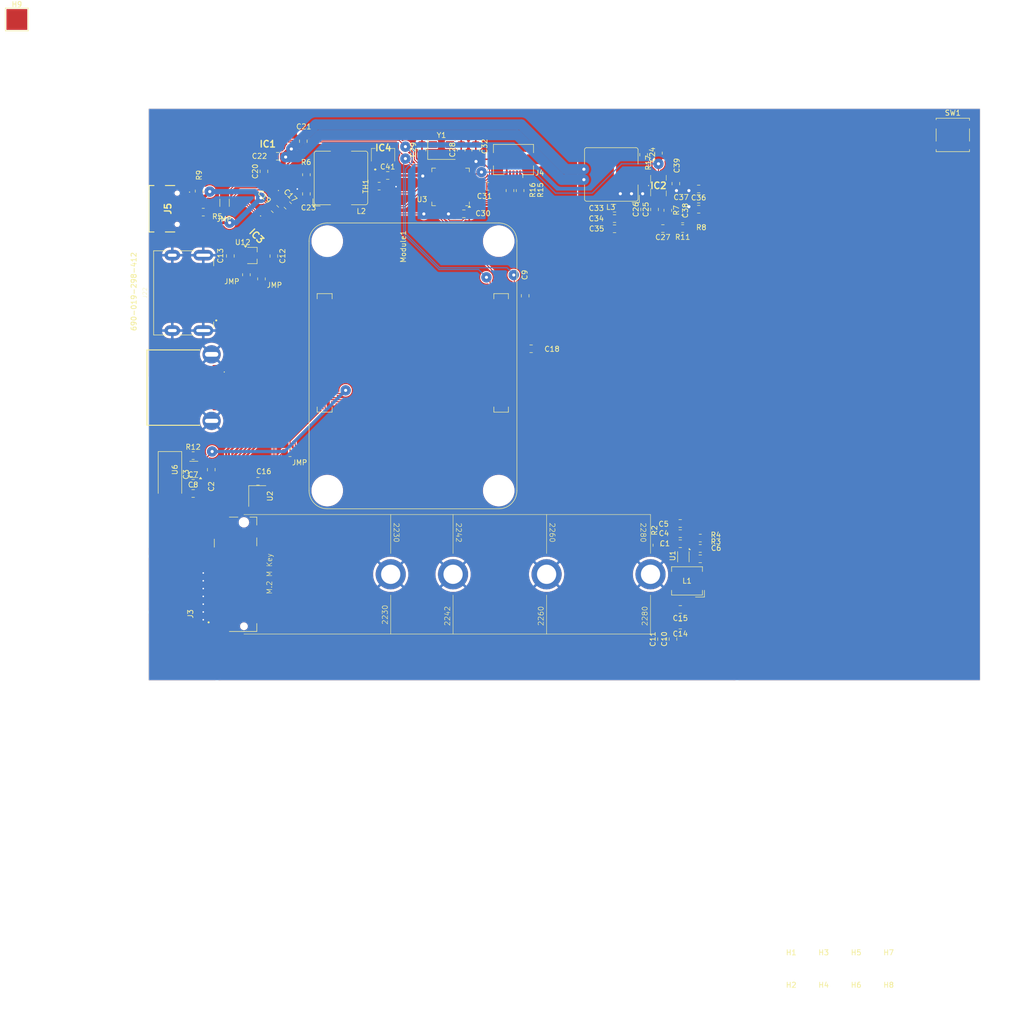
<source format=kicad_pcb>
(kicad_pcb (version 20240108) (generator "pcbnew") (generator_version "8.0")
  (layers (0 "F.Cu" signal) (31 "B.Cu" signal) (34 "B.Paste" user) (35 "F.Paste" user) (36 "B.SilkS" user "B.Silkscreen") (37 "F.SilkS" user "F.Silkscreen") (38 "B.Mask" user) (39 "F.Mask" user) (44 "Edge.Cuts" user))
  (net 0 "")
  (net 1 "GND")
  (net 2 "/CM5_HighSpeed/VBUS")
  (net 3 "/CM5_HighSpeed/HDMI_5v")
  (net 4 "Net-(IC1-PMID)")
  (net 5 "/CM5_HighSpeed/PCIE_TX_N")
  (net 6 "/CM5_HighSpeed/PCIE_nWAKE")
  (net 7 "/CM5_HighSpeed/PCIE_nRST")
  (net 8 "/CM5_HighSpeed/PCIE_nCLKREQ")
  (net 9 "/CM5_HighSpeed/PCIE_CLK_N")
  (net 10 "/CM5_HighSpeed/PCIE_CLK_P")
  (net 11 "/CM5_HighSpeed/PCIE_TX_P")
  (net 12 "/CM5_HighSpeed/PCIE_RX_N")
  (net 13 "/CM5_HighSpeed/PCIE_RX_P")
  (net 14 "Net-(IC1-VCC)")
  (net 15 "Net-(IC1-SW)")
  (net 16 "Net-(IC1-BST_1)")
  (net 17 "Net-(IC2-BST)")
  (net 18 "Net-(IC2-SW)")
  (net 19 "Net-(IC2-SS)")
  (net 20 "Net-(IC2-VDD)")
  (net 21 "Net-(IC2-COMP)")
  (net 22 "Net-(C27-Pad1)")
  (net 23 "Net-(U3-XTAL2)")
  (net 24 "Net-(U3-XTAL1)")
  (net 25 "Net-(U3-AREF)")
  (net 26 "Net-(U3-UCAP)")
  (net 27 "/CM5_GPIO/+3.3v")
  (net 29 "/Battery management/USBC_MX2_USB2_N")
  (net 32 "Net-(IC1-VRNTC)")
  (net 33 "/Battery management/CC1")
  (net 34 "/Battery management/CC2")
  (net 36 "/CM5_HighSpeed/HDMI0_SDA")
  (net 37 "/CM5_HighSpeed/HDMI0_D1_N")
  (net 38 "/CM5_HighSpeed/HDMI0_D1_P")
  (net 39 "/CM5_HighSpeed/HDMI0_SCL")
  (net 40 "/CM5_HighSpeed/HDMI0_D2_N")
  (net 41 "/CM5_HighSpeed/HDMI0_D0_P")
  (net 42 "/CM5_HighSpeed/HDMI0_D2_P")
  (net 43 "/CM5_HighSpeed/HDMI0_D0_N")
  (net 44 "/CM5_HighSpeed/HDMI0_HOTPLUG")
  (net 46 "/CM5_HighSpeed/HDMI0_CK_P")
  (net 47 "/CM5_HighSpeed/HDMI0_CEC")
  (net 48 "/CM5_HighSpeed/HDMI0_CK_N")
  (net 50 "Net-(IC1-NTC1)")
  (net 53 "/Battery management/PMIC INTERRUPT")
  (net 54 "/Battery management/IIC_SCL")
  (net 55 "/Battery management/IIC_SDA")
  (net 56 "/CM5_HighSpeed/PCIE_PWR_EN")
  (net 63 "/CM5_HighSpeed/VBUS_EN")
  (net 66 "/CM5_HighSpeed/USB3-0-TX_P")
  (net 70 "/CM5_HighSpeed/USB3-1-TX_P")
  (net 78 "/CM5_HighSpeed/USB3-0-TX_N")
  (net 90 "/CM5_HighSpeed/USB3-0-D_P")
  (net 91 "Net-(IC2-FB)")
  (net 92 "/CM5_HighSpeed/USB3-0-RX_N")
  (net 101 "/Battery management/USB2_N")
  (net 106 "/CM5_HighSpeed/USB3-1-D_N")
  (net 113 "/CM5_HighSpeed/USB3-1-TX_N")
  (net 118 "/CM5_HighSpeed/USB3-1-RX_N")
  (net 121 "/CM5_HighSpeed/USB3-1-D_P")
  (net 122 "/CM5_HighSpeed/USB3-0-RX_P")
  (net 127 "/CM5_HighSpeed/USB3-0-D_N")
  (net 131 "Net-(U6-ILIM)")
  (net 133 "/CM5_HighSpeed/USB3-1-RX_P")
  (net 134 "/PCIe-M2/M2_3v3")
  (net 135 "/PCIe-M2/FB")
  (net 138 "Net-(J3-SUSCLK)")
  (net 170 "Net-(U1-LX)")
  (net 174 "/Battery management/OTG_SW")
  (net 175 "/Battery management/USBC_MX1_USB2_N")
  (net 176 "/Battery management/USB2_P")
  (net 178 "Net-(J4-D-)")
  (net 179 "Net-(J4-D+)")
  (net 180 "/CM5_GPIO/GPIO20")
  (net 181 "/CM5_GPIO/GPIO4")
  (net 182 "/CM5_GPIO/GPIO23")
  (net 183 "/CM5_GPIO/+1.8v")
  (net 184 "/CM5_GPIO/GPIO18")
  (net 185 "/CM5_GPIO/GPIO11")
  (net 186 "/CM5_GPIO/GPIO25")
  (net 188 "/CM5_GPIO/GPIO8")
  (net 189 "/CM5_GPIO/LED_nACT")
  (net 190 "/CM5_GPIO/GPIO27")
  (net 191 "/CM5_GPIO/GPIO6")
  (net 192 "/CM5_GPIO/GPIO12")
  (net 193 "/CM5_GPIO/GPIO21")
  (net 194 "/CM5_GPIO/PWR_BUT")
  (net 195 "/CM5_GPIO/nPWR_LED")
  (net 196 "/CM5_GPIO/GPIO19")
  (net 197 "/CM5_GPIO/GPIO9")
  (net 198 "/CM5_GPIO/GPIO5")
  (net 199 "/CM5_GPIO/GPIO15")
  (net 200 "/CM5_GPIO/EEPROM_nWP")
  (net 201 "/CM5_GPIO/GPIO17")
  (net 202 "/CM5_GPIO/GPIO16")
  (net 203 "/CM5_GPIO/GPIO24")
  (net 204 "/CM5_GPIO/GPIO3")
  (net 205 "/CM5_GPIO/GPIO22")
  (net 206 "/CM5_GPIO/GPIO2")
  (net 207 "/CM5_GPIO/GPIO10")
  (net 209 "/CM5_GPIO/GPIO13")
  (net 210 "/CM5_GPIO/GPIO14")
  (net 211 "/CM5_GPIO/GPIO7")
  (net 212 "/CM5_GPIO/GPIO26")
  (net 213 "Net-(U3-D-)")
  (net 214 "Net-(U3-D+)")
  (net 235 "/Battery management/USBC_MX2_USB2_P")
  (net 236 "/Battery management/USBC_MX1_USB2_P")
  (net 237 "/Battery management/VIN")
  (net 238 "/Battery management/VBAT")
  (net 239 "/Battery management/+5V")
  (net 242 "/Battery management/V_SYS")
  (net 244 "Net-(IC2-EN)")
  (net 247 "/Battery management/PMIC_3.3V")
  (net 248 "/Battery management/CM5_PMIC_EN")
  (footprint "000_custom:AP2204R33TRG1" (layer "F.Cu") (at 73 29.8)
    (property "Reference" "IC4")
    (property "Value" "AP2204R-3.3TRG1" (hide yes))
  )
  (footprint "Capacitor_SMD:C_0805_2012Metric_Pad1.18x1.45mm_HandSolder" (layer "F.Cu") (at 88.041249 27.600001 90)
    (property "Reference" "C28")
    (property "Value" "22p")
  )
  (footprint "Package_TO_SOT_SMD:SOT-23-6" (layer "F.Cu") (at 36.577 89.1125 180)
    (property "Reference" "U6")
    (property "Value" "AP22653W6")
  )
  (footprint "Capacitor_SMD:C_0805_2012Metric_Pad1.18x1.45mm_HandSolder" (layer "F.Cu") (at 80.49125 27.587501 90)
    (property "Reference" "C29")
    (property "Value" "22p")
  )
  (footprint "Capacitor_SMD:C_0805_2012Metric_Pad1.18x1.45mm_HandSolder" (layer "F.Cu") (at 93.1 34.65 180)
    (property "Reference" "C31")
    (property "Value" "1u")
  )
  (footprint "CM5IO:MountingHole_2.7mm_M2.5_DIN965" (layer "F.Cu") (at 170.3 191.7)
    (property "Reference" "H8")
    (property "Value" "MountingHole")
  )
  (footprint "Capacitor_SMD:C_0805_2012Metric_Pad1.18x1.45mm_HandSolder" (layer "F.Cu") (at 88.5475 39.919999 180)
    (property "Reference" "C30")
    (property "Value" "100n")
  )
  (footprint "Connector_USB:USB_Micro-B_Amphenol_10104110_Horizontal" (layer "F.Cu") (at 98.1 30.725 180)
    (property "Reference" "J4")
    (property "Value" "USB_B_Micro")
  )
  (footprint "Capacitor_SMD:C_0805_2012Metric_Pad1.18x1.45mm_HandSolder" (layer "F.Cu") (at 123.35 39.0875 90)
    (property "Reference" "C26")
    (property "Value" "4.7u")
  )
  (footprint "CM5IO:MountingHole_2.7mm_M2.5_DIN965" (layer "F.Cu") (at 157.8 191.7)
    (property "Reference" "H4")
    (property "Value" "MountingHole")
  )
  (footprint "Resistor_SMD:R_0805_2012Metric_Pad1.20x1.40mm_HandSolder" (layer "F.Cu") (at 127.8 39.25 -90)
    (property "Reference" "R7")
    (property "Value" "Rfb1")
  )
  (footprint "Capacitor_SMD:C_0805_2012Metric_Pad1.18x1.45mm_HandSolder" (layer "F.Cu") (at 123.15 28.55 -90)
    (property "Reference" "C24")
    (property "Value" "100n")
  )
  (footprint "Resistor_SMD:R_0805_2012Metric_Pad1.20x1.40mm_HandSolder" (layer "F.Cu") (at 97.43 35.455 90)
    (property "Reference" "R16")
    (property "Value" "22R")
  )
  (footprint "Resistor_SMD:R_0805_2012Metric_Pad1.20x1.40mm_HandSolder" (layer "F.Cu") (at 58.25 32.4 -90)
    (property "Reference" "R6")
    (property "Value" "R=NTC")
  )
  (footprint "000_custom:MP3431GLP" (layer "F.Cu") (at 125.999999 34.5)
    (property "Reference" "IC2")
    (property "Value" "MP3429GL-Z" (hide yes))
  )
  (footprint "Crystal:Crystal_SMD_3225-4Pin_3.2x2.5mm" (layer "F.Cu") (at 48.8 94.25 -90)
    (property "Reference" "U2")
    (property "Value" "ASEK-32.768KHZ-L-R-T")
  )
  (footprint "Capacitor_SMD:C_0805_2012Metric_Pad1.18x1.45mm_HandSolder" (layer "F.Cu") (at 133.75 39.05 180)
    (property "Reference" "C38")
    (property "Value" "22u")
  )
  (footprint "Capacitor_SMD:C_0805_2012Metric_Pad1.18x1.45mm_HandSolder" (layer "F.Cu") (at 73.9 32.55)
    (property "Reference" "C41")
    (property "Value" "100n")
  )
  (footprint "Capacitor_SMD:C_0805_2012Metric_Pad1.18x1.45mm_HandSolder" (layer "F.Cu") (at 101.5 65.9)
    (property "Reference" "C18")
    (property "Value" "100n")
  )
  (footprint "Button_Switch_SMD:SW_Push_1P1T_NO_CK_KSC7xxJ" (layer "F.Cu") (at 182.65 24.75 180)
    (property "Reference" "SW1")
    (property "Value" "Right angle Tact button")
  )
  (footprint "CM5IO:Raspberry-Pi-5-Compute-Module" (layer "F.Cu") (at 95.261 45.191 180)
    (property "Reference" "Module1")
    (property "Value" "ComputeModule5-CM5")
  )
  (footprint "CM5IO:EDAC 690-019-298-412" (layer "F.Cu") (at 38.4 55.1425 -90)
    (property "Reference" "J22")
    (property "Value" "690-019-298-412")
  )
  (footprint "CM5IO:MountingHole_2.7mm_M2.5_DIN965" (layer "F.Cu") (at 157.8 185.45)
    (property "Reference" "H3")
    (property "Value" "MountingHole")
  )
  (footprint "Capacitor_SMD:C_0805_2012Metric_Pad1.18x1.45mm_HandSolder" (layer "F.Cu") (at 57.65 25.95 90)
    (property "Reference" "C21")
    (property "Value" "20u")
  )
  (footprint "Capacitor_SMD:C_0805_2012Metric_Pad1.18x1.45mm_HandSolder" (layer "F.Cu") (at 90.84125 27.6125 -90)
    (property "Reference" "C32")
    (property "Value" "1u")
  )
  (footprint "Resistor_SMD:R_0805_2012Metric_Pad1.20x1.40mm_HandSolder" (layer "F.Cu") (at 55.1 85.9)
    (property "Reference" "JMP")
    (property "Value" "R_0805_2012Metric_Pad1.20x1.40mm_HandSolder")
  )
  (footprint "000_custom:NX3DV42GU" (layer "F.Cu") (at 50.16915 41.365165 -45)
    (property "Reference" "IC3")
    (property "Value" "NX3DV42GU" (hide yes))
  )
  (footprint "Resistor_SMD:R_0805_2012Metric_Pad1.20x1.40mm_HandSolder" (layer "F.Cu") (at 99.379999 35.455 90)
    (property "Reference" "R15")
    (property "Value" "22R")
  )
  (footprint "Capacitor_SMD:C_0805_2012Metric_Pad1.18x1.45mm_HandSolder" (layer "F.Cu") (at 128.8 121.7625 90)
    (property "Reference" "C10")
    (property "Value" "10u")
  )
  (footprint "Capacitor_SMD:C_0805_2012Metric_Pad1.18x1.45mm_HandSolder" (layer "F.Cu") (at 54.666377 38.316377 -45)
    (property "Reference" "C17")
    (property "Value" "10u")
  )
  (footprint "Resistor_SMD:R_0805_2012Metric_Pad1.20x1.40mm_HandSolder" (layer "F.Cu") (at 49.6 52.45 90)
    (property "Reference" "JMP")
    (property "Value" "R_0805_2012Metric_Pad1.20x1.40mm_HandSolder")
  )
  (footprint "Capacitor_SMD:C_0805_2012Metric_Pad1.18x1.45mm_HandSolder" (layer "F.Cu") (at 100.35 55.7 90)
    (property "Reference" "C9")
    (property "Value" "100n")
  )
  (footprint "Capacitor_SMD:C_0805_2012Metric_Pad1.18x1.45mm_HandSolder" (layer "F.Cu") (at 126.6 121.7875 90)
    (property "Reference" "C11")
    (property "Value" "10u")
  )
  (footprint "Resistor_SMD:R_0805_2012Metric_Pad1.20x1.40mm_HandSolder" (layer "F.Cu") (at 134.049999 104.324999 180)
    (property "Reference" "R3")
    (property "Value" "10K 1%")
  )
  (footprint "CM5IO:MountingHole_2.7mm_M2.5_DIN965" (layer "F.Cu") (at 151.55 191.7)
    (property "Reference" "H2")
    (property "Value" "MountingHole")
  )
  (footprint "Capacitor_SMD:C_0805_2012Metric_Pad1.18x1.45mm_HandSolder" (layer "F.Cu") (at 133.7375 35.15 180)
    (property "Reference" "C36")
    (property "Value" "22u")
  )
  (footprint "Capacitor_SMD:C_0805_2012Metric_Pad1.18x1.45mm_HandSolder" (layer "F.Cu") (at 51.98 48.055 -90)
    (property "Reference" "C12")
    (property "Value" "100n")
  )
  (footprint "Capacitor_SMD:C_0805_2012Metric_Pad1.18x1.45mm_HandSolder" (layer "F.Cu") (at 130.209998 119.078998 180)
    (property "Reference" "C14")
    (property "Value" "10u")
  )
  (footprint "Resistor_SMD:R_0805_2012Metric_Pad1.20x1.40mm_HandSolder" (layer "F.Cu") (at 36.452 86.4525)
    (property "Reference" "R12")
    (property "Value" "15K 1%")
  )
  (footprint "Capacitor_SMD:C_0805_2012Metric_Pad1.18x1.45mm_HandSolder" (layer "F.Cu") (at 48.92 91.400001 180)
    (property "Reference" "C16")
    (property "Value" "100n")
  )
  (footprint "CM5IO:MountingHole_2.7mm_M2.5_DIN965" (layer "F.Cu") (at 170.3 185.45)
    (property "Reference" "H7")
    (property "Value" "MountingHole")
  )
  (footprint "Capacitor_SMD:C_0805_2012Metric_Pad1.18x1.45mm_HandSolder" (layer "F.Cu") (at 129.35 34.1125 -90)
    (property "Reference" "C39")
    (property "Value" "100n")
  )
  (footprint "Capacitor_SMD:C_0805_2012Metric_Pad1.18x1.45mm_HandSolder" (layer "F.Cu") (at 36.452 91.7925)
    (property "Reference" "C7")
    (property "Value" "10u")
  )
  (footprint "Resistor_SMD:R_0805_2012Metric_Pad1.20x1.40mm_HandSolder" (layer "F.Cu") (at 38.4 39.6)
    (property "Reference" "R5")
    (property "Value" "0R")
  )
  (footprint "Capacitor_SMD:C_0805_2012Metric_Pad1.18x1.45mm_HandSolder" (layer "F.Cu") (at 117.55 40.85)
    (property "Reference" "C34")
    (property "Value" "22u")
  )
  (footprint "TestPoint:TestPoint_Pad_4.0x4.0mm" (layer "F.Cu") (at 2.525 2.525)
    (property "Reference" "H9")
    (property "Value" "BAT_PAD")
  )
  (footprint "Capacitor_SMD:C_0805_2012Metric_Pad1.18x1.45mm_HandSolder" (layer "F.Cu") (at 43.61 48.035 90)
    (property "Reference" "C13")
    (property "Value" "100n")
  )
  (footprint "Capacitor_SMD:C_0805_2012Metric_Pad1.18x1.45mm_HandSolder" (layer "F.Cu") (at 52.2 39 -45)
    (property "Reference" "C19")
    (property "Value" "1u")
  )
  (footprint "Capacitor_SMD:C_0805_2012Metric_Pad1.18x1.45mm_HandSolder" (layer "F.Cu") (at 52.7125 28.85 180)
    (property "Reference" "C22")
    (property "Value" "20u")
  )
  (footprint "000_custom:MP2722GRH0000Z" (layer "F.Cu") (at 53.77 33.49375 90)
    (property "Reference" "IC1")
    (property "Value" "MP2722GRH-0000-Z" (hide yes))
  )
  (footprint "Capacitor_SMD:C_0805_2012Metric_Pad1.18x1.45mm_HandSolder" (layer "F.Cu") (at 39.9395 89.1625 90)
    (property "Reference" "C2")
    (property "Value" "10u")
  )
  (footprint "Capacitor_SMD:C_0805_2012Metric_Pad1.18x1.45mm_HandSolder" (layer "F.Cu") (at 125.25 39.0875 90)
    (property "Reference" "C25")
    (property "Value" "22n")
  )
  (footprint "Crystal:Crystal_SMD_5032-4Pin_5.0x3.2mm" (layer "F.Cu") (at 84.24125 27.6)
    (property "Reference" "Y1")
    (property "Value" "Crystal")
  )
  (footprint "CM5IO:MountingHole_2.7mm_M2.5_DIN965" (layer "F.Cu") (at 164.05 191.7)
    (property "Reference" "H6")
    (property "Value" "MountingHole")
  )
  (footprint "CM5IO:MountingHole_2.7mm_M2.5_DIN965" (layer "F.Cu") (at 151.55 185.45)
    (property "Reference" "H1")
    (property "Value" "MountingHole")
  )
  (footprint "Resistor_SMD:R_0805_2012Metric_Pad1.20x1.40mm_HandSolder" (layer "F.Cu") (at 130.6625 42.76 180)
    (property "Reference" "R11")
    (property "Value" "6.8K")
  )
  (footprint "Capacitor_SMD:C_0805_2012Metric_Pad1.18x1.45mm_HandSolder" (layer "F.Cu") (at 117.55 42.81)
    (property "Reference" "C35")
    (property "Value" "22u")
  )
  (footprint "Resistor_SMD:R_0805_2012Metric_Pad1.20x1.40mm_HandSolder" (layer "F.Cu") (at 134.049999 102.324999)
    (property "Reference" "R4")
    (property "Value" "2.2K 1%")
  )
  (footprint "Capacitor_SMD:C_0805_2012Metric_Pad1.18x1.45mm_HandSolder" (layer "F.Cu") (at 50.0775 31.75 90)
    (property "Reference" "C20")
    (property "Value" "4.7u")
  )
  (footprint "CM5IO:M.2 M Key socket" (layer "F.Cu") (at 46.225 109.299999 90)
    (property "Reference" "J3")
    (property "Value" "Bus_M.2_Socket_M")
  )
  (footprint "Resistor_SMD:R_0805_2012Metric_Pad1.20x1.40mm_HandSolder" (layer "F.Cu") (at 125.699999 103.699999 90)
    (property "Reference" "R2")
    (property "Value" "100K 1%")
  )
  (footprint "Capacitor_SMD:C_0805_2012Metric_Pad1.18x1.45mm_HandSolder" (layer "F.Cu") (at 130.19 99.515999 180)
    (property "Reference" "C5")
    (property "Value" "100n")
  )
  (footprint "Resistor_SMD:R_0805_2012Metric_Pad1.20x1.40mm_HandSolder" (layer "F.Cu") (at 37.6 35.55 90)
    (property "Reference" "R9")
    (property "Value" "2.2K 1%")
  )
  (footprint "Resistor_SMD:R_0805_2012Metric_Pad1.20x1.40mm_HandSolder" (layer "F.Cu") (at 130.6625 40.91)
    (property "Reference" "R8")
    (property "Value" "Rfb1")
  )
  (footprint "Capacitor_SMD:C_0805_2012Metric_Pad1.18x1.45mm_HandSolder" (layer "F.Cu") (at 134.049999 106.324998 180)
    (property "Reference" "C6")
    (property "Value" "4.7nF")
  )
  (footprint "000_custom:USB421603A" (layer "F.Cu") (at 31.312 38.95 -90)
    (property "Reference" "J5")
    (property "Value" "USB_C_Receptacle_USB2.0" (hide yes))
  )
  (footprint "CM5IO:MountingHole_2.7mm_M2.5_DIN965" (layer "F.Cu") (at 164.05 185.45)
    (property "Reference" "H5")
    (property "Value" "MountingHole")
  )
  (footprint "Inductor_SMD:L_Bourns_SRP1038C_10.0x10.0mm" (layer "F.Cu") (at 116.925 32.35 180)
    (property "Reference" "L3")
    (property "Value" "1.5u")
  )
  (footprint "Capacitor_SMD:C_0805_2012Metric_Pad1.18x1.45mm_HandSolder" (layer "F.Cu") (at 133.75 37.1 180)
    (property "Reference" "C37")
    (property "Value" "22u")
  )
  (footprint "Capacitor_SMD:C_0805_2012Metric_Pad1.18x1.45mm_HandSolder" (layer "F.Cu") (at 36.452 93.7525)
    (property "Reference" "C8")
    (property "Value" "10u")
  )
  (footprint "Capacitor_SMD:C_0805_2012Metric_Pad1.18x1.45mm_HandSolder" (layer "F.Cu") (at 126.85 42.76 180)
    (property "Reference" "C27")
    (property "Value" "6.8n")
  )
  (footprint "Capacitor_SMD:C_0805_2012Metric" (layer "F.Cu") (at 130.199999 103.424999 180)
    (property "Reference" "C1")
    (property "Value" "10u")
  )
  (footprint "Package_DFN_QFN:QFN-44-1EP_7x7mm_P0.5mm_EP5.2x5.2mm" (layer "F.Cu") (at 86 34.75 180)
    (property "Reference" "U3")
    (property "Value" "ATmega32U4-M")
  )
  (footprint "Resistor_SMD:R_1206_3216Metric" (layer "F.Cu") (at 42.5 37.8 90)
    (property "Reference" "JMP")
    (property "Value" "R_1206_3216Metric")
  )
  (footprint "Capacitor_SMD:C_0805_2012Metric_Pad1.18x1.45mm_HandSolder" (layer "F.Cu") (at 117.55 38.85)
    (property "Reference" "C33")
    (property "Value" "22u")
  )
  (footprint "Capacitor_SMD:C_0805_2012Metric_Pad1.18x1.45mm_HandSolder" (layer "F.Cu") (at 130.209998 116.069 180)
    (property "Reference" "C15")
    (property "Value" "10u")
  )
  (footprint "Package_DFN_QFN:DFN-8-1EP_2x2mm_P0.5mm_EP1.05x1.75mm" (layer "F.Cu") (at 130.799999 105.924999 -90)
    (property "Reference" "U1")
    (property "Value" "AP3441SHE-7B")
  )
  (footprint "CM5IO:L_Bourns_SRP5030CC" (layer "F.Cu") (at 131.499998 110.574999 180)
    (property "Reference" "L1")
    (property "Value" "2.2uH")
  )
  (footprint "Inductor_SMD:L_Bourns_SRP1038C_10.0x10.0mm" (layer "F.Cu") (at 64.9 33.025 90)
    (property "Reference" "L2")
    (property "Value" "L???")
  )
  (footprint "Capacitor_Tantalum_SMD:CP_EIA-7343-31_Kemet-D" (layer "F.Cu") (at 31.992 90.085 -90)
    (property "Reference" "C3")
    (property "Value" "100uF")
  )
  (footprint "Resistor_SMD:R_0805_2012Metric_Pad1.20x1.40mm_HandSolder" (layer "F.Cu") (at 126 28.25 90)
    (property "Reference" "R17")
    (property "Value" "15K")
  )
  (footprint "Capacitor_SMD:C_0805_2012Metric_Pad1.18x1.45mm_HandSolder" (layer "F.Cu") (at 58.25 36.1 90)
    (property "Reference" "C23")
    (property "Value" "22n")
  )
  (footprint "Resistor_SMD:R_0805_2012Metric_Pad1.20x1.40mm_HandSolder" (layer "F.Cu") (at 72.25 34.6)
    (property "Reference" "TH1")
    (property "Value" "β = 3435")
  )
  (footprint "Capacitor_SMD:C_0805_2012Metric_Pad1.18x1.45mm_HandSolder" (layer "F.Cu") (at 130.199999 101.479999 180)
    (property "Reference" "C4")
    (property "Value" "10u")
  )
  (footprint "Package_TO_SOT_SMD:TSOT-23_HandSoldering" (layer "F.Cu") (at 47.81 47.95)
    (property "Reference" "U12")
    (property "Value" "RT9742SNGV")
  )
  (footprint "Resistor_SMD:R_0805_2012Metric_Pad1.20x1.40mm_HandSolder" (layer "F.Cu") (at 46.7 51.65 90)
    (property "Reference" "JMP")
    (property "Value" "R_0805_2012Metric_Pad1.20x1.40mm_HandSolder")
  )
  (footprint "Library:U3BU1ASMT1" (layer "F.Cu") (at 34.794001 73.3715 -90)
    (property "Reference" "J1" (hide yes))
    (property "Value" "USB3_A" (hide yes))
  )
  (gr_rect (start 27.9 19.7) (end 187.9 129.7) (stroke (width 0.05)) (fill none) (layer "Edge.Cuts"))
  (segment (start 130.049999 105.475) (end 130.499999 105.924999) (width 0.3) (layer "F.Cu") (net 1))
  (segment (start 37.062 86.4525) (end 36.592 86.9225) (width 0.3) (layer "F.Cu") (net 1))
  (segment (start 130.799999 105.924999) (end 131.249999 105.924999) (width 0.3) (layer "F.Cu") (net 1))
  (segment (start 131.249999 105.924999) (end 131.549999 106.224999) (width 0.3) (layer "F.Cu") (net 1))
  (segment (start 37.7145 89.1125) (end 39.0395 89.1125) (width 0.13) (layer "F.Cu") (net 1))
  (segment (start 52.933623 39.733623) (end 54.716377 39.733623) (width 0.5) (layer "F.Cu") (net 1))
  (segment (start 52.167246 40.5) (end 52.933623 39.733623) (width 0.2) (layer "F.Cu") (net 1))
  (segment (start 54.67 35.10125) (end 55.04375 35.475) (width 0.2) (layer "F.Cu") (net 1))
  (segment (start 59.735254 75.291) (end 59.376254 75.65) (width 0.2) (layer "F.Cu") (net 1))
  (segment (start 36.592 89.0825) (end 36.592 90.895) (width 0.3) (layer "F.Cu") (net 1))
  (segment (start 130.049999 105.025) (end 130.049999 105.475) (width 0.3) (layer "F.Cu") (net 1))
  (segment (start 37.452 86.4525) (end 37.062 86.4525) (width 0.3) (layer "F.Cu") (net 1))
  (segment (start 36.622 89.1125) (end 36.592 89.0825) (width 0.3) (layer "F.Cu") (net 1))
  (segment (start 36.592 90.895) (end 37.4895 91.7925) (width 0.3) (layer "F.Cu") (net 1))
  (segment (start 55.96875 35.475) (end 56.34375 35.1) (width 0.2) (layer "F.Cu") (net 1))
  (segment (start 37.7145 89.1125) (end 36.622 89.1125) (width 0.3) (layer "F.Cu") (net 1))
  (segment (start 44.5625 47.95) (end 43.61 46.9975) (width 0.5) (layer "F.Cu") (net 1))
  (segment (start 73 30.378) (end 73 32.4125) (width 0.5) (layer "F.Cu") (net 1))
  (segment (start 38.952 89.1125) (end 39.9395 88.125) (width 0.6) (layer "F.Cu") (net 1))
  (segment (start 34.675 43.395) (end 34.025 44.045) (width 0.5) (layer "F.Cu") (net 1))
  (segment (start 55.04375 35.475) (end 55.96875 35.475) (width 0.2) (layer "F.Cu") (net 1))
  (segment (start 73 32.4125) (end 72.8625 32.55) (width 0.5) (layer "F.Cu") (net 1))
  (segment (start 34.675 42.15) (end 34.675 43.395) (width 0.5) (layer "F.Cu") (net 1))
  (segment (start 51.6 40.5) (end 52.167246 40.5) (width 0.2) (layer "F.Cu") (net 1))
  (segment (start 51 41.1) (end 51.6 40.5) (width 0.2) (layer "F.Cu") (net 1))
  (segment (start 129.149998 103.525001) (end 129.249999 103.424999) (width 0.3) (layer "F.Cu") (net 1))
  (segment (start 37.4895 91.7925) (end 37.4895 93.7525) (width 0.3) (layer "F.Cu") (net 1))
  (segment (start 131.549999 106.224999) (end 131.549999 106.824999) (width 0.3) (layer "F.Cu") (net 1))
  (segment (start 54.716377 39.733623) (end 55.4 39.05) (width 0.5) (layer "F.Cu") (net 1))
  (segment (start 59.376254 75.65) (end 58.9 75.65) (width 0.2) (layer "F.Cu") (net 1))
  (segment (start 37.7145 89.1125) (end 38.952 89.1125) (width 0.6) (layer "F.Cu") (net 1))
  (segment (start 130.499999 105.924999) (end 130.799999 105.924999) (width 0.3) (layer "F.Cu") (net 1))
  (segment (start 72.8625 34.2125) (end 73.25 34.6) (width 0.5) (layer "F.Cu") (net 1))
  (segment (start 39.0395 89.1125) (end 39.9395 88.2125) (width 0.13) (layer "F.Cu") (net 1))
  (segment (start 72.8625 32.55) (end 72.8625 34.2125) (width 0.5) (layer "F.Cu") (net 1))
  (segment (start 60.221 75.291) (end 59.735254 75.291) (width 0.2) (layer "F.Cu") (net 1))
  (segment (start 36.592 86.9225) (end 36.592 89.0825) (width 0.3) (layer "F.Cu") (net 1))
  (segment (start 54.67 34.49375) (end 54.67 35.10125) (width 0.2) (layer "F.Cu") (net 1))
  (via (at 131.8625 38.56) (size 2) (drill 0.6) (layers "F.Cu" "B.Cu") (net 1))
  (via (at 118.6625 36.06) (size 2) (drill 0.6) (layers "F.Cu" "B.Cu") (net 1))
  (via (at 129.4625 35.46) (size 2) (drill 0.6) (layers "F.Cu" "B.Cu") (net 1))
  (via (at 56.5 35.15) (size 0.5) (drill 0.3) (layers "F.Cu" "B.Cu") (net 1))
  (via (at 38.399999 115.049999) (size 0.5) (drill 0.3) (layers "F.Cu" "B.Cu") (net 1))
  (via (at 38.399999 113.549999) (size 0.5) (drill 0.3) (layers "F.Cu" "B.Cu") (net 1))
  (via (at 38.399999 110.549999) (size 0.5) (drill 0.3) (layers "F.Cu" "B.Cu") (net 1))
  (via (at 38.399999 116.549999) (size 0.5) (drill 0.3) (layers "F.Cu" "B.Cu") (net 1))
  (via (at 131.8625 35.46) (size 2) (drill 0.6) (layers "F.Cu" "B.Cu") (net 1))
  (via (at 122.9625 36.06) (size 2) (drill 0.6) (layers "F.Cu" "B.Cu") (net 1))
  (via (at 38.399999 109.049999) (size 0.5) (drill 0.3) (layers "F.Cu" "B.Cu") (net 1))
  (via (at 120.8125 36.06) (size 2) (drill 0.6) (layers "F.Cu" "B.Cu") (net 1))
  (via (at 38.399999 118.049999) (size 0.5) (drill 0.3) (layers "F.Cu" "B.Cu") (net 1))
  (via (at 38.399999 112.049999) (size 0.5) (drill 0.3) (layers "F.Cu" "B.Cu") (net 1))
  (via (at 75.5 34.7) (size 0.5) (drill 0.3) (layers "F.Cu" "B.Cu") (net 1))
  (segment (start 31.992 71.658) (end 31.992 86.9725) (width 0.75) (layer "F.Cu") (net 2))
  (segment (start 31.992 88.01) (end 31.992 86.9725) (width 0.75) (layer "F.Cu") (net 2))
  (segment (start 35.4395 91.7675) (end 35.4145 91.7925) (width 0.75) (layer "F.Cu") (net 2))
  (segment (start 35.4395 90.0625) (end 34.0445 90.0625) (width 0.75) (layer "F.Cu") (net 2))
  (segment (start 35.4145 93.7525) (end 35.4145 91.7925) (width 1) (layer "F.Cu") (net 2))
  (segment (start 34.0445 90.0625) (end 31.992 88.01) (width 0.75) (layer "F.Cu") (net 2))
  (segment (start 35.4395 90.0625) (end 35.4395 91.7675) (width 0.75) (layer "F.Cu") (net 2))
  (segment (start 33.2785 70.3715) (end 31.992 71.658) (width 0.75) (layer "F.Cu") (net 2))
  (segment (start 41.009001 70.3715) (end 33.2785 70.3715) (width 0.75) (layer "F.Cu") (net 2))
  (segment (start 41.9775 49.6225) (end 37.96 49.6225) (width 0.2) (layer "F.Cu") (net 3))
  (segment (start 43.7825 48.9) (end 43.61 49.0725) (width 0.6) (layer "F.Cu") (net 3))
  (segment (start 37.96 49.6225) (end 37.44 50.1425) (width 0.2) (layer "F.Cu") (net 3))
  (segment (start 43.61 49.0725) (end 42.5275 49.0725) (width 0.2) (layer "F.Cu") (net 3))
  (segment (start 37.69 51.1425) (end 39.13 51.1425) (width 0.2) (layer "F.Cu") (net 3))
  (segment (start 37.42 50.1425) (end 37.42 50.8725) (width 0.2) (layer "F.Cu") (net 3))
  (segment (start 42.5275 49.0725) (end 41.9775 49.6225) (width 0.2) (layer "F.Cu") (net 3))
  (segment (start 46.1 48.9) (end 43.7825 48.9) (width 0.6) (layer "F.Cu") (net 3))
  (segment (start 37.42 50.8725) (end 37.69 51.1425) (width 0.2) (layer "F.Cu") (net 3))
  (segment (start 37.44 50.1425) (end 37.42 50.1425) (width 0.2) (layer "F.Cu") (net 3))
  (segment (start 53.77 36.07) (end 53.77 34.49375) (width 0.2) (layer "F.Cu") (net 4))
  (segment (start 53.932754 36.232754) (end 53.85 36.15) (width 0.2) (layer "F.Cu") (net 4))
  (segment (start 53.932754 37.582754) (end 53.932754 36.232754) (width 0.2) (layer "F.Cu") (net 4))
  (segment (start 53.85 36.15) (end 53.77 36.07) (width 0.2) (layer "F.Cu") (net 4))
  (segment (start 43.34 98.04) (end 42.799999 97.499999) (width 0.2) (layer "F.Cu") (net 5))
  (segment (start 42.799999 97.499999) (end 42.799999 97.199999) (width 0.2) (layer "F.Cu") (net 5))
  (segment (start 40.95 106.549999) (end 41.899999 106.549999) (width 0.3) (layer "F.Cu") (net 5))
  (segment (start 42.149999 106.549999) (end 42.699999 105.999999) (width 0.4) (layer "F.Cu") (net 5))
  (segment (start 41.899999 106.549999) (end 42.149999 106.549999) (width 0.4) (layer "F.Cu") (net 5))
  (segment (start 60.145274 72.098) (end 59.290275 72.098) (width 0.2) (layer "F.Cu") (net 5))
  (segment (start 42.799999 97.199999) (end 42.799999 85.536325) (width 0.4) (layer "F.Cu") (net 5))
  (segment (start 43.34 99.789999) (end 43.34 98.04) (width 0.2) (layer "F.Cu") (net 5))
  (segment (start 60.145274 72.098) (end 59.545274 72.098) (width 0.2) (layer "F.Cu") (net 5))
  (segment (start 42.799999 85.536325) (end 56.338324 71.998) (width 0.4) (layer "F.Cu") (net 5))
  (segment (start 42.899999 100.23) (end 43.34 99.789999) (width 0.2) (layer "F.Cu") (net 5))
  (segment (start 59.445275 71.998) (end 59.495275 72.048) (width 0.2) (layer "F.Cu") (net 5))
  (segment (start 42.699999 105.999999) (end 42.699999 100.43) (width 0.4) (layer "F.Cu") (net 5))
  (segment (start 59.545274 72.098) (end 59.495275 72.048) (width 0.2) (layer "F.Cu") (net 5))
  (segment (start 56.338324 71.998) (end 59.445275 71.998) (width 0.4) (layer "F.Cu") (net 5))
  (segment (start 42.699999 100.43) (end 42.899999 100.23) (width 0.4) (layer "F.Cu") (net 5))
  (segment (start 51.85 104.45) (end 51.85 83.29038) (width 0.2) (layer "F.Cu") (net 6))
  (segment (start 51.85 83.29038) (end 59.04938 76.091) (width 0.2) (layer "F.Cu") (net 6))
  (segment (start 48.5 105.299999) (end 51.000001 105.299999) (width 0.2) (layer "F.Cu") (net 6))
  (segment (start 51.000001 105.299999) (end 51.85 104.45) (width 0.2) (layer "F.Cu") (net 6))
  (segment (start 59.04938 76.091) (end 60.221 76.091) (width 0.2) (layer "F.Cu") (net 6))
  (segment (start 61.85 77.65) (end 56.1 83.4) (width 0.2) (layer "F.Cu") (net 7))
  (segment (start 52.5 87.05) (end 53.65 85.9) (width 0.2) (layer "F.Cu") (net 7))
  (segment (start 53.65 85.9) (end 54.1 85.9) (width 0.2) (layer "F.Cu") (net 7))
  (segment (start 50.91924 106.299999) (end 51.094241 106.124999) (width 0.2) (layer "F.Cu") (net 7))
  (segment (start 56.1 83.4) (end 56.1 85.9) (width 0.2) (layer "F.Cu") (net 7))
  (segment (start 61.85 75.75) (end 61.85 77.65) (width 0.2) (layer "F.Cu") (net 7))
  (segment (start 48.5 106.299999) (end 50.91924 106.299999) (width 0.2) (layer "F.Cu") (net 7))
  (segment (start 63.301 74.891) (end 62.709 74.891) (width 0.2) (layer "F.Cu") (net 7))
  (segment (start 52.5 104.71924) (end 52.5 87.05) (width 0.2) (layer "F.Cu") (net 7))
  (segment (start 62.709 74.891) (end 61.85 75.75) (width 0.2) (layer "F.Cu") (net 7))
  (segment (start 51.094241 106.124999) (end 52.5 104.71924) (width 0.2) (layer "F.Cu") (net 7))
  (segment (start 50.959621 105.799999) (end 52.175 104.58462) (width 0.2) (layer "F.Cu") (net 8))
  (segment (start 52.175 104.58462) (end 52.175 83.425) (width 0.2) (layer "F.Cu") (net 8))
  (segment (start 48.5 105.799999) (end 50.959621 105.799999) (width 0.2) (layer "F.Cu") (net 8))
  (segment (start 59.109 76.491) (end 60.221 76.491) (width 0.2) (layer "F.Cu") (net 8))
  (segment (start 52.175 83.425) (end 59.109 76.491) (width 0.2) (layer "F.Cu") (net 8))
  (segment (start 59.591 74.491) (end 59.55 74.45) (width 0.2) (layer "F.Cu") (net 9))
  (segment (start 53.610219 78.826106) (end 53.610219 78.826105) (width 0.4) (layer "F.Cu") (net 9))
  (segment (start 53.610219 78.189709) (end 53.716287 78.083642) (width 0.4) (layer "F.Cu") (net 9))
  (segment (start 45.049999 100.749999) (end 45.049999 100.849999) (width 0.2) (layer "F.Cu") (net 9))
  (segment (start 54.458749 77.977576) (end 54.458749 77.977575) (width 0.4) (layer "F.Cu") (net 9))
  (segment (start 55.307279 76.492649) (end 55.413347 76.386582) (width 0.4) (layer "F.Cu") (net 9))
  (segment (start 54.458749 77.341179) (end 54.564817 77.235112) (width 0.4) (layer "F.Cu") (net 9))
  (segment (start 45.199999 97.199999) (end 45.199999 87.236325) (width 0.4) (layer "F.Cu") (net 9))
  (segment (start 45.199999 97.199999) (end 44.77 97.629998) (width 0.2) (layer "F.Cu") (net 9))
  (segment (start 60.221 74.491) (end 59.591 74.491) (width 0.2) (layer "F.Cu") (net 9))
  (segment (start 51.913159 79.886769) (end 52.019227 79.780702) (width 0.4) (layer "F.Cu") (net 9))
  (segment (start 56.155809 76.280516) (end 56.35787 76.078454) (width 0.4) (layer "F.Cu") (net 9))
  (segment (start 44.77 100.47) (end 45.049999 100.749999) (width 0.2) (layer "F.Cu") (net 9))
  (segment (start 39.999999 121.099999) (end 43.599999 121.099999) (width 0.4) (layer "F.Cu") (net 9))
  (segment (start 44.77 97.629998) (end 44.77 100.47) (width 0.2) (layer "F.Cu") (net 9))
  (segment (start 43.599999 121.099999) (end 44.049999 120.649999) (width 0.4) (layer "F.Cu") (net 9))
  (segment (start 57.986324 74.45) (end 59.55 74.45) (width 0.4) (layer "F.Cu") (net 9))
  (segment (start 52.761689 79.674636) (end 52.761689 79.674635) (width 0.4) (layer "F.Cu") (net 9))
  (segment (start 56.35787 76.078454) (end 57.986324 74.45) (width 0.4) (layer "F.Cu") (net 9))
  (segment (start 51.064629 80.735299) (end 51.170697 80.629232) (width 0.4) (layer "F.Cu") (net 9))
  (segment (start 55.307279 77.129046) (end 55.307279 77.129045) (width 0.4) (layer "F.Cu") (net 9))
  (segment (start 36.999999 107.349999) (end 36.999999 118.099999) (width 0.4) (layer "F.Cu") (net 9))
  (segment (start 55.201213 77.235113) (end 55.307279 77.129046) (width 0.4) (layer "F.Cu") (net 9))
  (segment (start 39.999999 105.549999) (end 39.949999 105.599999) (width 0.3) (layer "F.Cu") (net 9))
  (segment (start 45.199999 87.236325) (end 51.064629 81.371695) (width 0.4) (layer "F.Cu") (net 9))
  (segment (start 51.913159 80.523166) (end 51.913159 80.523165) (width 0.4) (layer "F.Cu") (net 9))
  (segment (start 51.807093 80.629233) (end 51.913159 80.523166) (width 0.4) (layer "F.Cu") (net 9))
  (segment (start 54.352683 78.083643) (end 54.458749 77.977576) (width 0.4) (layer "F.Cu") (net 9))
  (segment (start 44.049999 120.649999) (end 44.049999 109.149999) (width 0.4) (layer "F.Cu") (net 9))
  (segment (start 40.95 105.549999) (end 39.999999 105.549999) (width 0.3) (layer "F.Cu") (net 9))
  (segment (start 36.999999 118.099999) (end 39.999999 121.099999) (width 0.4) (layer "F.Cu") (net 9))
  (segment (start 45.049999 108.149999) (end 45.049999 100.849999) (width 0.4) (layer "F.Cu") (net 9))
  (segment (start 39.949999 105.599999) (end 38.749999 105.599999) (width 0.4) (layer "F.Cu") (net 9))
  (segment (start 52.761689 79.038239) (end 52.867757 78.932172) (width 0.4) (layer "F.Cu") (net 9))
  (segment (start 38.749999 105.599999) (end 36.999999 107.349999) (width 0.4) (layer "F.Cu") (net 9))
  (segment (start 52.655623 79.780703) (end 52.761689 79.674636) (width 0.4) (layer "F.Cu") (net 9))
  (segment (start 56.049743 76.386583) (end 56.155809 76.280516) (width 0.4) (layer "F.Cu") (net 9))
  (segment (start 44.049999 109.149999) (end 45.049999 108.149999) (width 0.4) (layer "F.Cu") (net 9))
  (segment (start 53.504153 78.932173) (end 53.610219 78.826106) (width 0.4) (layer "F.Cu") (net 9))
  (arc (start 53.610219 78.507907) (mid 53.544318 78.348808) (end 53.610219 78.189709) (width 0.4) (layer "F.Cu") (net 9))
  (arc (start 51.064629 81.053497) (mid 50.998728 80.894398) (end 51.064629 80.735299) (width 0.4) (layer "F.Cu") (net 9))
  (arc (start 55.307279 77.129045) (mid 55.37318 76.969946) (end 55.307279 76.810847) (width 0.4) (layer "F.Cu") (net 9))
  (arc (start 51.488895 80.629232) (mid 51.647993 80.695135) (end 51.807093 80.629233) (width 0.4) (layer "F.Cu") (net 9))
  (arc (start 52.761689 79.674635) (mid 52.82759 79.515536) (end 52.761689 79.356437) (width 0.4) (layer "F.Cu") (net 9))
  (arc (start 54.564817 77.235112) (mid 54.723916 77.169211) (end 54.883015 77.235112) (width 0.4) (layer "F.Cu") (net 9))
  (arc (start 54.458749 77.977575) (mid 54.52465 77.818476) (end 54.458749 77.659377) (width 0.4) (layer "F.Cu") (net 9))
  (arc (start 54.883015 77.235112) (mid 55.042113 77.301015) (end 55.201213 77.235113) (width 0.4) (layer "F.Cu") (net 9))
  (arc (start 52.761689 79.356437) (mid 52.695788 79.197338) (end 52.761689 79.038239) (width 0.4) (layer "F.Cu") (net 9))
  (arc (start 51.913159 80.523165) (mid 51.97906 80.364066) (end 51.913159 80.204967) (width 0.4) (layer "F.Cu") (net 9))
  (arc (start 51.913159 80.204967) (mid 51.847258 80.045868) (end 51.913159 79.886769) (width 0.4) (layer "F.Cu") (net 9))
  (arc (start 53.185955 78.932172) (mid 53.345053 78.998075) (end 53.504153 78.932173) (width 0.4) (layer "F.Cu") (net 9))
  (arc (start 52.867757 78.932172) (mid 53.026856 78.866271) (end 53.185955 78.932172) (width 0.4) (layer "F.Cu") (net 9))
  (arc (start 55.307279 76.810847) (mid 55.241378 76.651748) (end 55.307279 76.492649) (width 0.4) (layer "F.Cu") (net 9))
  (arc (start 55.413347 76.386582) (mid 55.572446 76.320681) (end 55.731545 76.386582) (width 0.4) (layer "F.Cu") (net 9))
  (arc (start 51.170697 80.629232) (mid 51.329796 80.563331) (end 51.488895 80.629232) (width 0.4) (layer "F.Cu") (net 9))
  (arc (start 55.731545 76.386582) (mid 55.890643 76.452485) (end 56.049743 76.386583) (width 0.4) (layer "F.Cu") (net 9))
  (arc (start 52.337425 79.780702) (mid 52.496523 79.846605) (end 52.655623 79.780703) (width 0.4) (layer "F.Cu") (net 9))
  (arc (start 51.064629 81.371695) (mid 51.13053 81.212596) (end 51.064629 81.053497) (width 0.4) (layer "F.Cu") (net 9))
  (arc (start 54.034485 78.083642) (mid 54.193583 78.149545) (end 54.352683 78.083643) (width 0.4) (layer "F.Cu") (net 9))
  (arc (start 54.458749 77.659377) (mid 54.392848 77.500278) (end 54.458749 77.341179) (width 0.4) (layer "F.Cu") (net 9))
  (arc (start 53.716287 78.083642) (mid 53.875386 78.017741) (end 54.034485 78.083642) (width 0.4) (layer "F.Cu") (net 9))
  (arc (start 52.019227 79.780702) (mid 52.178326 79.714801) (end 52.337425 79.780702) (width 0.4) (layer "F.Cu") (net 9))
  (arc (start 53.610219 78.826105) (mid 53.67612 78.667006) (end 53.610219 78.507907) (width 0.4) (layer "F.Cu") (net 9))
  (segment (start 45.11 97.989998) (end 45.11 100.329168) (width 0.2) (layer "F.Cu") (net 10))
  (segment (start 45.232253 100.409999) (end 45.589999 100.767745) (width 0.2) (layer "F.Cu") (net 10))
  (segment (start 38.536323 105.049999) (end 36.449999 107.136323) (width 0.4) (layer "F.Cu") (net 10))
  (segment (start 59.513 74.891) (end 59.414 74.99) (width 0.2) (layer "F.Cu") (net 10))
  (segment (start 36.449999 118.313675) (end 39.776323 121.639999) (width 0.4) (layer "F.Cu") (net 10))
  (segment (start 45.739999 97.359999) (end 45.11 97.989998) (width 0.2) (layer "F.Cu") (net 10))
  (segment (start 39.776323 121.639999) (end 43.823675 121.639999) (width 0.4) (layer "F.Cu") (net 10))
  (segment (start 45.589999 108.373675) (end 45.589999 100.849999) (width 0.4) (layer "F.Cu") (net 10))
  (segment (start 60.221 74.891) (end 59.513 74.891) (width 0.2) (layer "F.Cu") (net 10))
  (segment (start 45.739999 97.199999) (end 45.739999 87.460001) (width 0.4) (layer "F.Cu") (net 10))
  (segment (start 43.823675 121.639999) (end 44.589999 120.873675) (width 0.4) (layer "F.Cu") (net 10))
  (segment (start 58.21 74.99) (end 59.414 74.99) (width 0.4) (layer "F.Cu") (net 10))
  (segment (start 36.449999 107.136323) (end 36.449999 118.313675) (width 0.4) (layer "F.Cu") (net 10))
  (segment (start 45.589999 100.767745) (end 45.589999 100.849999) (width 0.2) (layer "F.Cu") (net 10))
  (segment (start 44.589999 120.873675) (end 44.589999 109.373675) (width 0.4) (layer "F.Cu") (net 10))
  (segment (start 44.589999 109.373675) (end 45.589999 108.373675) (width 0.4) (layer "F.Cu") (net 10))
  (segment (start 40.95 105.049999) (end 38.536323 105.049999) (width 0.4) (layer "F.Cu") (net 10))
  (segment (start 40.95 105.049999) (end 39.899999 105.049999) (width 0.3) (layer "F.Cu") (net 10))
  (segment (start 45.11 100.329168) (end 45.190831 100.409999) (width 0.2) (layer "F.Cu") (net 10))
  (segment (start 45.739999 87.460001) (end 58.21 74.99) (width 0.4) (layer "F.Cu") (net 10))
  (segment (start 45.190831 100.409999) (end 45.232253 100.409999) (width 0.2) (layer "F.Cu") (net 10))
  (segment (start 45.739999 97.199999) (end 45.739999 97.359999) (width 0.2) (layer "F.Cu") (net 10))
  (segment (start 43.339999 97.199999) (end 43.339999 85.760001) (width 0.4) (layer "F.Cu") (net 11))
  (segment (start 41.899999 107.049999) (end 41.939999 107.089999) (width 0.3) (layer "F.Cu") (net 11))
  (segment (start 42.373675 107.089999) (end 41.939999 107.089999) (width 0.4) (layer "F.Cu") (net 11))
  (segment (start 43.339999 97.539999) (end 43.339999 97.199999) (width 0.2) (layer "F.Cu") (net 11))
  (segment (start 56.562 72.538) (end 59.385275 72.538) (width 0.4) (layer "F.Cu") (net 11))
  (segment (start 43.68 99.930833) (end 43.499999 100.110834) (width 0.2) (layer "F.Cu") (net 11))
  (segment (start 43.499999 100.110834) (end 43.499999 100.252254) (width 0.2) (layer "F.Cu") (net 11))
  (segment (start 40.95 107.049999) (end 41.899999 107.049999) (width 0.3) (layer "F.Cu") (net 11))
  (segment (start 43.239999 106.223675) (end 42.373675 107.089999) (width 0.4) (layer "F.Cu") (net 11))
  (segment (start 43.499999 100.393676) (end 43.239999 100.653676) (width 0.4) (layer "F.Cu") (net 11))
  (segment (start 43.68 99.930833) (end 43.68 97.88) (width 0.2) (layer "F.Cu") (net 11))
  (segment (start 43.339999 85.760001) (end 56.562 72.538) (width 0.4) (layer "F.Cu") (net 11))
  (segment (start 60.221 72.491) (end 59.432275 72.491) (width 0.23) (layer "F.Cu") (net 11))
  (segment (start 43.68 97.88) (end 43.339999 97.539999) (width 0.2) (layer "F.Cu") (net 11))
  (segment (start 43.499999 100.252254) (end 43.499999 100.393676) (width 0.4) (layer "F.Cu") (net 11))
  (segment (start 59.432275 72.491) (end 59.385275 72.538) (width 0.23) (layer "F.Cu") (net 11))
  (segment (start 43.239999 100.653676) (end 43.239999 106.223675) (width 0.4) (layer "F.Cu") (net 11))
  (segment (start 43.899999 107.449999) (end 43.899999 100.849999) (width 0.4) (layer "F.Cu") (net 12))
  (segment (start 59.591 73.291) (end 59.52 73.22) (width 0.2) (layer "F.Cu") (net 12))
  (segment (start 43.999999 86.086325) (end 56.866324 73.22) (width 0.4) (layer "F.Cu") (net 12))
  (segment (start 44.02 97.22) (end 43.999999 97.199999) (width 0.2) (layer "F.Cu") (net 12))
  (segment (start 41.899999 108.049999) (end 41.949999 107.999999) (width 0.3) (layer "F.Cu") (net 12))
  (segment (start 41.949999 107.999999) (end 43.349999 107.999999) (width 0.4) (layer "F.Cu") (net 12))
  (segment (start 40.95 108.049999) (end 41.899999 108.049999) (width 0.3) (layer "F.Cu") (net 12))
  (segment (start 44.02 100.599999) (end 43.899999 100.72) (width 0.2) (layer "F.Cu") (net 12))
  (segment (start 60.221 73.291) (end 59.591 73.291) (width 0.2) (layer "F.Cu") (net 12))
  (segment (start 43.349999 107.999999) (end 43.899999 107.449999) (width 0.4) (layer "F.Cu") (net 12))
  (segment (start 43.999999 97.199999) (end 43.999999 86.086325) (width 0.4) (layer "F.Cu") (net 12))
  (segment (start 44.02 100.599999) (end 44.02 97.22) (width 0.2) (layer "F.Cu") (net 12))
  (segment (start 56.866324 73.22) (end 59.52 73.22) (width 0.4) (layer "F.Cu") (net 12))
  (segment (start 43.899999 100.72) (end 43.899999 100.849999) (width 0.2) (layer "F.Cu") (net 12))
  (segment (start 44.36 100.77) (end 44.439999 100.849999) (width 0.2) (layer "F.Cu") (net 13))
  (segment (start 44.539999 97.199999) (end 44.539999 86.310001) (width 0.4) (layer "F.Cu") (net 13))
  (segment (start 40.95 108.549999) (end 41.899999 108.549999) (width 0.3) (layer "F.Cu") (net 13))
  (segment (start 44.439999 107.089999) (end 44.439999 100.849999) (width 0.4) (layer "F.Cu") (net 13))
  (segment (start 44.439999 107.673675) (end 44.439999 107.089999) (width 0.4) (layer "F.Cu") (net 13))
  (segment (start 41.899999 108.549999) (end 43.563675 108.549999) (width 0.4) (layer "F.Cu") (net 13))
  (segment (start 60.221 73.691) (end 59.609 73.691) (width 0.2) (layer "F.Cu") (net 13))
  (segment (start 59.609 73.691) (end 59.54 73.76) (width 0.2) (layer "F.Cu") (net 13))
  (segment (start 44.36 97.462252) (end 44.36 100.77) (width 0.2) (layer "F.Cu") (net 13))
  (segment (start 43.563675 108.549999) (end 44.439999 107.673675) (width 0.4) (layer "F.Cu") (net 13))
  (segment (start 44.539999 86.310001) (end 57.09 73.76) (width 0.4) (layer "F.Cu") (net 13))
  (segment (start 44.539999 97.199999) (end 44.539999 97.282253) (width 0.2) (layer "F.Cu") (net 13))
  (segment (start 44.539999 97.282253) (end 44.36 97.462252) (width 0.2) (layer "F.Cu") (net 13))
  (segment (start 57.09 73.76) (end 59.54 73.76) (width 0.4) (layer "F.Cu") (net 13))
  (segment (start 50.58375 33.29375) (end 50.0775 32.7875) (width 0.2) (layer "F.Cu") (net 14))
  (segment (start 52.07 33.29375) (end 50.58375 33.29375) (width 0.2) (layer "F.Cu") (net 14))
  (segment (start 58.25 35.0625) (end 57.8 35.0625) (width 0.2) (layer "F.Cu") (net 16))
  (segment (start 57.8 35.0625) (end 57.23125 34.49375) (width 0.2) (layer "F.Cu") (net 16))
  (segment (start 57.23125 34.49375) (end 55.57 34.49375) (width 0.2) (layer "F.Cu") (net 16))
  (segment (start 124.999999 32.6) (end 124.999999 31.899999) (width 0.25) (layer "F.Cu") (net 17))
  (segment (start 124.999999 31.899999) (end 124.325 31.225) (width 0.25) (layer "F.Cu") (net 17))
  (segment (start 124.325 31.225) (end 124.325 27.875) (width 0.25) (layer "F.Cu") (net 17))
  (segment (start 124.325 27.875) (end 123.9625 27.5125) (width 0.25) (layer "F.Cu") (net 17))
  (segment (start 123.9625 27.5125) (end 123.15 27.5125) (width 0.25) (layer "F.Cu") (net 17))
  (segment (start 125.499999 37.850001) (end 125.3 38.05) (width 0.2) (layer "F.Cu") (net 19))
  (segment (start 125.499999 36.399999) (end 125.499999 37.850001) (width 0.2) (layer "F.Cu") (net 19))
  (segment (start 124.999999 36.4) (end 124.999999 36.400001) (width 0.2) (layer "F.Cu") (net 20))
  (segment (start 124.999999 36.400001) (end 123.35 38.05) (width 0.2) (layer "F.Cu") (net 20))
  (segment (start 125.999999 36.4) (end 125.999999 37.149999) (width 0.2) (layer "F.Cu") (net 21))
  (segment (start 126.5 41.41) (end 125.8125 42.0975) (width 0.2) (layer "F.Cu") (net 21))
  (segment (start 125.999999 37.149999) (end 126.5 37.65) (width 0.2) (layer "F.Cu") (net 21))
  (segment (start 126.5 37.65) (end 126.5 41.41) (width 0.2) (layer "F.Cu") (net 21))
  (segment (start 125.8125 42.0975) (end 125.8125 42.76) (width 0.2) (layer "F.Cu") (net 21))
  (segment (start 127.8875 42.76) (end 129.6625 42.76) (width 0.2) (layer "F.Cu") (net 22))
  (segment (start 88.003748 28.6) (end 88.041249 28.637501) (width 0.2) (layer "F.Cu") (net 23))
  (segment (start 85.89125 29.891251) (end 85.89125 28.6) (width 0.2) (layer "F.Cu") (net 23))
  (segment (start 85.89125 28.6) (end 88.003748 28.6) (width 0.2) (layer "F.Cu") (net 23))
  (segment (start 86.499999 30.5) (end 85.89125 29.891251) (width 0.2) (layer "F.Cu") (net 23))
  (segment (start 86.499999 31.4125) (end 86.499999 30.5) (width 0.2) (layer "F.Cu") (net 23))
  (segment (start 80.49125 28.625001) (end 82.566249 28.625001) (width 0.2) (layer "F.Cu") (net 24))
  (segment (start 82.59125 28.6) (end 83.89125 28.6) (width 0.2) (layer "F.Cu") (net 24))
  (segment (start 85.99125 30.7) (end 86 30.7) (width 0.2) (layer "F.Cu") (net 24))
  (segment (start 82.566249 28.625001) (end 82.59125 28.6) (width 0.2) (layer "F.Cu") (net 24))
  (segment (start 83.89125 28.6) (end 85.99125 30.7) (width 0.2) (layer "F.Cu") (net 24))
  (segment (start 86 31.4125) (end 86 30.7) (width 0.2) (layer "F.Cu") (net 24))
  (segment (start 87.5 38.0875) (end 87.5 39.91) (width 0.2) (layer "F.Cu") (net 25))
  (segment (start 91.9625 34.75) (end 92.0625 34.65) (width 0.2) (layer "F.Cu") (net 26))
  (segment (start 89.3375 34.75) (end 91.9625 34.75) (width 0.2) (layer "F.Cu") (net 26))
  (segment (start 94.221 61.291) (end 94.709 61.291) (width 0.2) (layer "F.Cu") (net 27))
  (segment (start 94.8 60.15) (end 94.741 60.091) (width 0.2) (layer "F.Cu") (net 27))
  (segment (start 94.741 60.091) (end 94.221 60.091) (width 0.2) (layer "F.Cu") (net 27))
  (segment (start 94.8 61.2) (end 94.8 60.15) (width 0.2) (layer "F.Cu") (net 27))
  (segment (start 94.221 59.691) (end 94.221 60.091) (width 0.2) (layer "F.Cu") (net 27))
  (segment (start 94.709 61.291) (end 94.8 61.2) (width 0.2) (layer "F.Cu") (net 27))
  (segment (start 46.984315 44.55) (end 49.621142 41.913173) (width 0.2) (layer "F.Cu") (net 29))
  (segment (start 51.52 34.093751) (end 52.07 34.093751) (width 0.2) (layer "F.Cu") (net 29))
  (segment (start 35 45.55) (end 36 44.55) (width 0.2) (layer "F.Cu") (net 29))
  (segment (start 36 44.55) (end 46.984315 44.55) (width 0.2) (layer "F.Cu") (net 29))
  (segment (start 32.4 45.25) (end 32.7 45.55) (width 0.2) (layer "F.Cu") (net 29))
  (segment (start 43.668751 34.093751) (end 41.075 31.5) (width 0.2) (layer "F.Cu") (net 29))
  (segment (start 32.7 45.55) (end 35 45.55) (width 0.2) (layer "F.Cu") (net 29))
  (segment (start 41.075 31.5) (end 32.95 31.5) (width 0.2) (layer "F.Cu") (net 29))
  (segment (start 32.95 31.5) (end 32.4 32.05) (width 0.2) (layer "F.Cu") (net 29))
  (segment (start 52.07 34.093751) (end 43.668751 34.093751) (width 0.2) (layer "F.Cu") (net 29))
  (segment (start 32.4 32.05) (end 32.4 45.25) (width 0.2) (layer "F.Cu") (net 29))
  (segment (start 55.47 34.093751) (end 57.556249 34.093751) (width 0.2) (layer "F.Cu") (net 32))
  (segment (start 57.556249 34.093751) (end 58.25 33.4) (width 0.2) (layer "F.Cu") (net 32))
  (segment (start 50.15 35.31875) (end 52.545 35.31875) (width 0.2) (layer "F.Cu") (net 33))
  (segment (start 50.15 35.31875) (end 48.98125 35.31875) (width 0.2) (layer "F.Cu") (net 33))
  (segment (start 52.87 34.99375) (end 52.87 34.49375) (width 0.2) (layer "F.Cu") (net 33))
  (segment (start 41.3 37.25) (end 40.85 37.7) (width 0.2) (layer "F.Cu") (net 33))
  (segment (start 50.15 35.31875) (end 45.53125 35.31875) (width 0.2) (layer "F.Cu") (net 33))
  (segment (start 45.53125 35.31875) (end 43.6 37.25) (width 0.2) (layer "F.Cu") (net 33))
  (segment (start 40.85 37.7) (end 34.675 37.7) (width 0.2) (layer "F.Cu") (net 33))
  (segment (start 52.545 35.31875) (end 52.87 34.99375) (width 0.2) (layer "F.Cu") (net 33))
  (segment (start 43.6 37.25) (end 41.3 37.25) (width 0.2) (layer "F.Cu") (net 33))
  (segment (start 38.5 41.11) (end 36.212 41.11) (width 0.2) (layer "F.Cu") (net 34))
  (segment (start 42.5 40.4) (end 42.5 39.2625) (width 0.2) (layer "F.Cu") (net 34))
  (segment (start 36.212 41.11) (end 35.802 40.7) (width 0.2) (layer "F.Cu") (net 34))
  (segment (start 35.802 40.7) (end 35.017 40.7) (width 0.2) (layer "F.Cu") (net 34))
  (segment (start 51.97 34.49375) (end 44.34375 34.49375) (width 0.2) (layer "F.Cu") (net 34))
  (segment (start 41.79 41.11) (end 42.5 40.4) (width 0.2) (layer "F.Cu") (net 34))
  (segment (start 38.5 41.11) (end 41.79 41.11) (width 0.2) (layer "F.Cu") (net 34))
  (segment (start 38.7 41.11) (end 38.5 41.11) (width 0.2) (layer "F.Cu") (net 34))
  (segment (start 44.34375 34.49375) (end 42.5 36.3375) (width 0.2) (layer "F.Cu") (net 34))
  (segment (start 63.301 56.292) (end 63.301 56.891) (width 0.2) (layer "F.Cu") (net 36))
  (segment (start 46.68 52.6525) (end 45.48 52.6525) (width 0.2) (layer "F.Cu") (net 36))
  (segment (start 46.68 50.6525) (end 47.63 50.6525) (width 0.2) (layer "F.Cu") (net 36))
  (segment (start 50.68 50.1025) (end 51.33 50.7525) (width 0.2) (layer "F.Cu") (net 36))
  (segment (start 47.63 50.6525) (end 48.18 50.1025) (width 0.2) (layer "F.Cu") (net 36))
  (segment (start 45.48 52.6525) (end 44.97 52.1425) (width 0.2) (layer "F.Cu") (net 36))
  (segment (start 51.33 50.7525) (end 61.8025 50.7525) (width 0.2) (layer "F.Cu") (net 36))
  (segment (start 48.18 50.1025) (end 50.68 50.1025) (width 0.2) (layer "F.Cu") (net 36))
  (segment (start 61.8025 50.7525) (end 63.1 52.05) (width 0.2) (layer "F.Cu") (net 36))
  (segment (start 63.1 52.05) (end 63.1 56.091) (width 0.2) (layer "F.Cu") (net 36))
  (segment (start 44.97 52.1425) (end 39.13 52.1425) (width 0.2) (layer "F.Cu") (net 36))
  (segment (start 63.1 56.091) (end 63.301 56.292) (width 0.2) (layer "F.Cu") (net 36))
  (segment (start 60.23 61.3) (end 59.565 61.3) (width 0.2) (layer "F.Cu") (net 37))
  (segment (start 41.080001 57.1425) (end 41.385001 57.4475) (width 0.25) (layer "F.Cu") (net 37))
  (segment (start 39.13 57.1425) (end 41.080001 57.1425) (width 0.25) (layer "F.Cu") (net 37))
  (segment (start 41.385001 57.4475) (end 52.5475 57.4475) (width 0.25) (layer "F.Cu") (net 37))
  (segment (start 52.5475 57.4475) (end 56.4 61.3) (width 0.25) (layer "F.Cu") (net 37))
  (segment (start 56.4 61.3) (end 59.565 61.3) (width 0.25) (layer "F.Cu") (net 37))
  (segment (start 60.23 61.7) (end 59.565 61.7) (width 0.2) (layer "F.Cu") (net 38))
  (segment (start 52.385956 57.8375) (end 56.248456 61.7) (width 0.25) (layer "F.Cu") (net 38))
  (segment (start 39.13 58.1425) (end 41.080001 58.1425) (width 0.25) (layer "F.Cu") (net 38))
  (segment (start 41.080001 58.1425) (end 41.385001 57.8375) (width 0.25) (layer "F.Cu") (net 38))
  (segment (start 56.248456 61.7) (end 59.565 61.7) (width 0.25) (layer "F.Cu") (net 38))
  (segment (start 41.385001 57.8375) (end 52.385956 57.8375) (width 0.25) (layer "F.Cu") (net 38))
  (segment (start 47.73 53.6025) (end 41.78 53.6025) (width 0.2) (layer "F.Cu") (net 39))
  (segment (start 41.78 53.6025) (end 40.82 52.6425) (width 0.2) (layer "F.Cu") (net 39))
  (segment (start 60.221 56.891) (end 58.691 56.891) (width 0.2) (layer "F.Cu") (net 39))
  (segment (start 58.691 56.891) (end 54.3125 52.5125) (width 0.2) (layer "F.Cu") (net 39))
  (segment (start 54.3125 52.5125) (end 48.82 52.5125) (width 0.2) (layer "F.Cu") (net 39))
  (segment (start 40.82 52.6425) (end 39.13 52.6425) (width 0.2) (layer "F.Cu") (net 39))
  (segment (start 48.82 52.5125) (end 47.73 53.6025) (width 0.2) (layer "F.Cu") (net 39))
  (segment (start 39.13 58.6425) (end 40.490755 58.6425) (width 0.25) (layer "F.Cu") (net 40))
  (segment (start 55.51 62.51) (end 59.694999 62.51) (width 0.25) (layer "F.Cu") (net 40))
  (segment (start 40.724127 58.875873) (end 51.875873 58.875873) (width 0.25) (layer "F.Cu") (net 40))
  (segment (start 59.694999 62.51) (end 59.704999 62.5) (width 0.25) (layer "F.Cu") (net 40))
  (segment (start 59.704999 62.5) (end 60.23 62.5) (width 0.2) (layer "F.Cu") (net 40))
  (segment (start 51.875873 58.875873) (end 55.51 62.51) (width 0.25) (layer "F.Cu") (net 40))
  (segment (start 40.490755 58.6425) (end 40.724127 58.875873) (width 0.25) (layer "F.Cu") (net 40))
  (segment (start 39.13 56.6425) (end 41.080001 56.6425) (width 0.25) (layer "F.Cu") (net 41))
  (segment (start 41.385001 56.3375) (end 53.485956 56.3375) (width 0.25) (layer "F.Cu") (net 41))
  (segment (start 59.694999 60.49) (end 59.704999 60.5) (width 0.25) (layer "F.Cu") (net 41))
  (segment (start 41.080001 56.6425) (end 41.385001 56.3375) (width 0.25) (layer "F.Cu") (net 41))
  (segment (start 53.485956 56.3375) (end 57.638456 60.49) (width 0.25) (layer "F.Cu") (net 41))
  (segment (start 57.638456 60.49) (end 59.694999 60.49) (width 0.25) (layer "F.Cu") (net 41))
  (segment (start 60.23 60.5) (end 59.704999 60.5) (width 0.2) (layer "F.Cu") (net 41))
  (segment (start 40.836627 59.265873) (end 40.46 59.6425) (width 0.25) (layer "F.Cu") (net 42))
  (segment (start 51.714329 59.265873) (end 40.836627 59.265873) (width 0.25) (layer "F.Cu") (net 42))
  (segment (start 59.704999 62.9) (end 60.23 62.9) (width 0.2) (layer "F.Cu") (net 42))
  (segment (start 55.348456 62.9) (end 51.714329 59.265873) (width 0.25) (layer "F.Cu") (net 42))
  (segment (start 40.46 59.6425) (end 39.13 59.6425) (width 0.25) (layer "F.Cu") (net 42))
  (segment (start 59.704999 62.9) (end 55.348456 62.9) (width 0.25) (layer "F.Cu") (net 42))
  (segment (start 60.23 60.1) (end 59.704999 60.1) (width 0.2) (layer "F.Cu") (net 43))
  (segment (start 57.8 60.1) (end 59.704999 60.1) (width 0.25) (layer "F.Cu") (net 43))
  (segment (start 39.13 55.6425) (end 41.080001 55.6425) (width 0.25) (layer "F.Cu") (net 43))
  (segment (start 41.385001 55.9475) (end 53.6475 55.9475) (width 0.25) (layer "F.Cu") (net 43))
  (segment (start 41.080001 55.6425) (end 41.385001 55.9475) (width 0.25) (layer "F.Cu") (net 43))
  (segment (start 53.6475 55.9475) (end 57.8 60.1) (width 0.25) (layer "F.Cu") (net 43))
  (segment (start 42.63 51.6525) (end 47.63 51.6525) (width 0.2) (layer "F.Cu") (net 44))
  (segment (start 41.62 50.6425) (end 42.63 51.6525) (width 0.2) (layer "F.Cu") (net 44))
  (segment (start 48.7825 50.5) (end 50.4775 50.5) (width 0.2) (layer "F.Cu") (net 44))
  (segment (start 47.63 51.6525) (end 48.7825 50.5) (width 0.2) (layer "F.Cu") (net 44))
  (segment (start 51.135 51.1575) (end 61.52462 51.1575) (width 0.2) (layer "F.Cu") (net 44))
  (segment (start 50.4775 50.5) (end 51.135 51.1575) (width 0.2) (layer "F.Cu") (net 44))
  (segment (start 62.535 65.835) (end 62.791 66.091) (width 0.2) (layer "F.Cu") (net 44))
  (segment (start 62.791 66.091) (end 63.301 66.091) (width 0.2) (layer "F.Cu") (net 44))
  (segment (start 61.52462 51.1575) (end 62.535 52.16788) (width 0.2) (layer "F.Cu") (net 44))
  (segment (start 39.13 50.6425) (end 41.62 50.6425) (width 0.2) (layer "F.Cu") (net 44))
  (segment (start 62.535 52.16788) (end 62.535 65.835) (width 0.2) (layer "F.Cu") (net 44))
  (segment (start 41.080001 55.1425) (end 41.385001 54.8375) (width 0.25) (layer "F.Cu") (net 46))
  (segment (start 60.23 59.3) (end 59.704999 59.3) (width 0.2) (layer "F.Cu") (net 46))
  (segment (start 58.648456 59.3) (end 59.704999 59.3) (width 0.25) (layer "F.Cu") (net 46))
  (segment (start 41.385001 54.8375) (end 54.185956 54.8375) (width 0.25) (layer "F.Cu") (net 46))
  (segment (start 54.185956 54.8375) (end 58.648456 59.3) (width 0.25) (layer "F.Cu") (net 46))
  (segment (start 39.13 55.1425) (end 41.080001 55.1425) (width 0.25) (layer "F.Cu") (net 46))
  (segment (start 48.025 54.0525) (end 48.555 53.5225) (width 0.2) (layer "F.Cu") (net 47))
  (segment (start 39.13 53.6425) (end 41.02 53.6425) (width 0.2) (layer "F.Cu") (net 47))
  (segment (start 41.02 53.6425) (end 41.43 54.0525) (width 0.2) (layer "F.Cu") (net 47))
  (segment (start 49.58 51.5225) (end 61.43 51.5225) (width 0.2) (layer "F.Cu") (net 47))
  (segment (start 61.43 51.5225) (end 62.21 52.3025) (width 0.2) (layer "F.Cu") (net 47))
  (segment (start 62.691 66.491) (end 63.301 66.491) (width 0.2) (layer "F.Cu") (net 47))
  (segment (start 62.21 66.01) (end 62.691 66.491) (width 0.2) (layer "F.Cu") (net 47))
  (segment (start 41.43 54.0525) (end 48.025 54.0525) (width 0.2) (layer "F.Cu") (net 47))
  (segment (start 62.21 52.3025) (end 62.21 66.01) (width 0.2) (layer "F.Cu") (net 47))
  (segment (start 48.555 53.5225) (end 49.58 53.5225) (width 0.2) (layer "F.Cu") (net 47))
  (segment (start 58.8 58.9) (end 59.704999 58.9) (width 0.25) (layer "F.Cu") (net 48))
  (segment (start 41.003812 54.1425) (end 41.308812 54.4475) (width 0.25) (layer "F.Cu") (net 48))
  (segment (start 60.23 58.9) (end 59.704999 58.9) (width 0.2) (layer "F.Cu") (net 48))
  (segment (start 39.13 54.1425) (end 41.003812 54.1425) (width 0.25) (layer "F.Cu") (net 48))
  (segment (start 54.3475 54.4475) (end 58.8 58.9) (width 0.25) (layer "F.Cu") (net 48))
  (segment (start 41.308812 54.4475) (end 54.3475 54.4475) (width 0.25) (layer "F.Cu") (net 48))
  (segment (start 67.1 32.75) (end 60.455 32.75) (width 0.2) (layer "F.Cu") (net 50))
  (segment (start 68.75 34.4) (end 67.1 32.75) (width 0.2) (layer "F.Cu") (net 50))
  (segment (start 57.9 31.4) (end 58.6 31.4) (width 0.23) (layer "F.Cu") (net 50))
  (segment (start 56.056251 32.893749) (end 57.55 31.4) (width 0.23) (layer "F.Cu") (net 50))
  (segment (start 68.95 34.6) (end 68.75 34.4) (width 0.2) (layer "F.Cu") (net 50))
  (segment (start 60.455 32.75) (end 59.105 31.4) (width 0.2) (layer "F.Cu") (net 50))
  (segment (start 57.55 31.4) (end 57.9 31.4) (width 0.23) (layer "F.Cu") (net 50))
  (segment (start 55.47 32.893749) (end 56.056251 32.893749) (width 0.23) (layer "F.Cu") (net 50))
  (segment (start 59.105 31.4) (end 57.9 31.4) (width 0.2) (layer "F.Cu") (net 50))
  (segment (start 71.25 34.6) (end 68.95 34.6) (width 0.2) (layer "F.Cu") (net 50))
  (segment (start 60.61 33.76) (end 59.25 32.4) (width 0.23) (layer "F.Cu") (net 53))
  (segment (start 80.05 34.75) (end 78.9 35.9) (width 0.23) (layer "F.Cu") (net 53))
  (segment (start 56.35 33.5) (end 56.15625 33.69375) (width 0.23) (layer "F.Cu") (net 53))
  (segment (start 66.76 33.76) (end 60.61 33.76) (width 0.23) (layer "F.Cu") (net 53))
  (segment (start 59.25 32.4) (end 57.1 32.4) (width 0.23) (layer "F.Cu") (net 53))
  (segment (start 57.1 32.4) (end 56.35 33.15) (width 0.23) (layer "F.Cu") (net 53))
  (segment (start 56.35 33.15) (end 56.35 33.5) (width 0.23) (layer "F.Cu") (net 53))
  (segment (start 68.9 35.9) (end 66.76 33.76) (width 0.23) (layer "F.Cu") (net 53))
  (segment (start 78.9 35.9) (end 68.9 35.9) (width 0.23) (layer "F.Cu") (net 53))
  (segment (start 82.6625 34.75) (end 80.05 34.75) (width 0.23) (layer "F.Cu") (net 53))
  (segment (start 56.15625 33.69375) (end 55.47 33.69375) (width 0.23) (layer "F.Cu") (net 53))
  (segment (start 98.25 57) (end 97.959 57.291) (width 0.2) (layer "F.Cu") (net 54))
  (segment (start 79.025625 27.725625) (end 78.3 27) (width 0.2) (layer "F.Cu") (net 54))
  (segment (start 98.15 51.7) (end 98.25 51.8) (width 0.2) (layer "F.Cu") (net 54))
  (segment (start 52.4875 31.25337) (end 52.87 31.63587) (width 0.2) (layer "F.Cu") (net 54))
  (segment (start 78.3 27) (end 77.3 27) (width 0.2) (layer "F.Cu") (net 54))
  (segment (start 76.075 25.775) (end 53.475 25.775) (width 0.2) (layer "F.Cu") (net 54))
  (segment (start 53.475 25.775) (end 52.4875 26.7625) (width 0.2) (layer "F.Cu") (net 54))
  (segment (start 52.4875 26.7625) (end 52.4875 31.25337) (width 0.2) (layer "F.Cu") (net 54))
  (segment (start 52.87 31.63587) (end 52.87 32.49375) (width 0.2) (layer "F.Cu") (net 54))
  (segment (start 77.3 27) (end 76.075 25.775) (width 0.2) (layer "F.Cu") (net 54))
  (segment (start 84.81 30.15) (end 80.99125 30.15) (width 0.2) (layer "F.Cu") (net 54))
  (segment (start 79.025625 29.484375) (end 79.025625 27.725625) (width 0.2) (layer "F.Cu") (net 54))
  (segment (start 85.5 31.412501) (end 85.5 30.84) (width 0.2) (layer "F.Cu") (net 54))
  (segment (start 98.25 51.8) (end 98.25 57) (width 0.2) (layer "F.Cu") (net 54))
  (segment (start 80.99125 30.15) (end 80.66962 30.15) (width 0.2) (layer "F.Cu") (net 54))
  (segment (start 97.959 57.291) (end 97.301 57.291) (width 0.2) (layer "F.Cu") (net 54))
  (segment (start 79.69125 30.15) (end 79.025625 29.484375) (width 0.2) (layer "F.Cu") (net 54))
  (segment (start 80.99125 30.15) (end 79.69125 30.15) (width 0.2) (layer "F.Cu") (net 54))
  (segment (start 85.5 30.84) (end 84.81 30.15) (width 0.2) (layer "F.Cu") (net 54))
  (via (at 77.3 27) (size 2) (drill 0.6) (layers "F.Cu" "B.Cu") (net 54))
  (via (at 98.15 51.7) (size 2) (drill 0.6) (layers "F.Cu" "B.Cu") (net 54))
  (segment (start 98.15 51.6) (end 96.85 50.3) (width 0.2) (layer "B.Cu") (net 54))
  (segment (start 98.15 51.7) (end 98.15 51.6) (width 0.2) (layer "B.Cu") (net 54))
  (segment (start 78.6 28.3) (end 77.3 27) (width 0.2) (layer "B.Cu") (net 54))
  (segment (start 96.85 50.3) (end 83.90962 50.3) (width 0.2) (layer "B.Cu") (net 54))
  (segment (start 77.29125 43.68163) (end 77.29125 31.30875) (width 0.2) (layer "B.Cu") (net 54))
  (segment (start 77.29125 31.30875) (end 78.6 30) (width 0.2) (layer "B.Cu") (net 54))
  (segment (start 83.90962 50.3) (end 77.29125 43.68163) (width 0.2) (layer "B.Cu") (net 54))
  (segment (start 78.6 30) (end 78.6 28.3) (width 0.2) (layer "B.Cu") (net 54))
  (segment (start 52.846875 26.862745) (end 52.846875 31.153125) (width 0.2) (layer "F.Cu") (net 55))
  (segment (start 78.5 30.5) (end 77.3 29.3) (width 0.2) (layer "F.Cu") (net 55))
  (segment (start 75.55 26.1) (end 53.60962 26.1) (width 0.2) (layer "F.Cu") (net 55))
  (segment (start 75.95 27.7) (end 75.95 26.5) (width 0.2) (layer "F.Cu") (net 55))
  (segment (start 93.6 56.65) (end 93.841 56.891) (width 0.2) (layer "F.Cu") (net 55))
  (segment (start 77.3 29.05) (end 75.95 27.7) (width 0.2) (layer "F.Cu") (net 55))
  (segment (start 75.95 26.5) (end 75.55 26.1) (width 0.2) (layer "F.Cu") (net 55))
  (segment (start 53.60962 26.1) (end 52.846875 26.862745) (width 0.2) (layer "F.Cu") (net 55))
  (segment (start 93.841 56.891) (end 94.221 56.891) (width 0.2) (layer "F.Cu") (net 55))
  (segment (start 93.6 52.85) (end 93.6 56.65) (width 0.2) (layer "F.Cu") (net 55))
  (segment (start 85 30.875001) (end 84.624999 30.5) (width 0.2) (layer "F.Cu") (net 55))
  (segment (start 77.3 29.3) (end 77.3 29.05) (width 0.2) (layer "F.Cu") (net 55))
  (segment (start 85 31.4125) (end 85 30.875001) (width 0.2) (layer "F.Cu") (net 55))
  (segment (start 92.9 52.15) (end 93.6 52.85) (width 0.2) (layer "F.Cu") (net 55))
  (segment (start 52.846875 31.153125) (end 53.32 31.62625) (width 0.2) (layer "F.Cu") (net 55))
  (segment (start 53.32 31.62625) (end 53.32 32.49375) (width 0.2) (layer "F.Cu") (net 55))
  (segment (start 84.624999 30.5) (end 78.5 30.5) (width 0.2) (layer "F.Cu") (net 55))
  (via (at 92.9 52.15) (size 2) (drill 0.6) (layers "F.Cu" "B.Cu") (net 55))
  (via (at 77.3 29.3) (size 2) (drill 0.6) (layers "F.Cu" "B.Cu") (net 55))
  (segment (start 91.375 50.625) (end 83.775 50.625) (width 0.2) (layer "B.Cu") (net 55))
  (segment (start 76.96625 29.63375) (end 77.3 29.3) (width 0.2) (layer "B.Cu") (net 55))
  (segment (start 83.775 50.625) (end 76.96625 43.81625) (width 0.2) (layer "B.Cu") (net 55))
  (segment (start 92.9 52.15) (end 91.375 50.625) (width 0.2) (layer "B.Cu") (net 55))
  (segment (start 76.96625 43.81625) (end 76.96625 29.63375) (width 0.2) (layer "B.Cu") (net 55))
  (segment (start 60.221 75.691) (end 60.771 75.691) (width 0.2) (layer "F.Cu") (net 56))
  (segment (start 126.074999 104.699999) (end 125.699999 104.699999) (width 0.2) (layer "F.Cu") (net 56))
  (segment (start 131.024999 109.999999) (end 131.024999 109.649998) (width 0.2) (layer "F.Cu") (net 56))
  (segment (start 61.05 75.97) (end 61.05 77.75) (width 0.2) (layer "F.Cu") (net 56))
  (segment (start 135.374999 112.149999) (end 134.474999 113.049999) (width 0.2) (layer "F.Cu") (net 56))
  (segment (start 131.024999 109.649998) (end 130.1875 108.8125) (width 0.2) (layer "F.Cu") (net 56))
  (segment (start 55.1 83.7) (end 55.1 100.2) (width 0.2) (layer "F.Cu") (net 56))
  (segment (start 131.024999 112.024999) (end 131.024999 109.999999) (width 0.2) (layer "F.Cu") (net 56))
  (segment (start 134.224999 107.599999) (end 135.374999 108.749999) (width 0.2) (layer "F.Cu") (net 56))
  (segment (start 131.024999 109.999999) (end 131.024999 109.917424) (width 0.2) (layer "F.Cu") (net 56))
  (segment (start 131.374999 107.599999) (end 134.224999 107.599999) (width 0.2) (layer "F.Cu") (net 56))
  (segment (start 61.05 77.75) (end 55.1 83.7) (width 0.2) (layer "F.Cu") (net 56))
  (segment (start 55.1 100.2) (end 59.599999 104.699999) (width 0.2) (layer "F.Cu") (net 56))
  (segment (start 59.599999 104.699999) (end 125.699999 104.699999) (width 0.2) (layer "F.Cu") (net 56))
  (segment (start 135.374999 108.749999) (end 135.374999 112.149999) (width 0.2) (layer "F.Cu") (net 56))
  (segment (start 131.049999 107.274999) (end 131.374999 107.599999) (width 0.2) (layer "F.Cu") (net 56))
  (segment (start 60.771 75.691) (end 61.05 75.97) (width 0.2) (layer "F.Cu") (net 56))
  (segment (start 132.049999 113.049999) (end 131.024999 112.024999) (width 0.2) (layer "F.Cu") (net 56))
  (segment (start 130.1875 108.8125) (end 126.074999 104.699999) (width 0.2) (layer "F.Cu") (net 56))
  (segment (start 131.049999 106.824999) (end 131.049999 107.274999) (width 0.2) (layer "F.Cu") (net 56))
  (segment (start 134.474999 113.049999) (end 132.049999 113.049999) (width 0.2) (layer "F.Cu") (net 56))
  (segment (start 39.8345 86.0425) (end 37.7145 88.1625) (width 0.25) (layer "F.Cu") (net 63))
  (segment (start 65.209 74.491) (end 65.8 73.9) (width 0.2) (layer "F.Cu") (net 63))
  (segment (start 63.301 74.491) (end 65.209 74.491) (width 0.2) (layer "F.Cu") (net 63))
  (via (at 65.8 73.9) (size 2) (drill 0.6) (layers "F.Cu" "B.Cu") (net 63))
  (via (at 40.1055 85.671) (size 2) (drill 0.6) (layers "F.Cu" "B.Cu") (net 63))
  (segment (start 54.029 85.671) (end 40.1055 85.671) (width 0.6) (layer "B.Cu") (net 63))
  (segment (start 65.8 73.9) (end 54.029 85.671) (width 0.6) (layer "B.Cu") (net 63))
  (segment (start 59.414275 68.491) (end 59.331275 68.408) (width 0.2) (layer "F.Cu") (net 66))
  (segment (start 41.755326 69.3715) (end 42.515326 70.1315) (width 0.4) (layer "F.Cu") (net 66))
  (segment (start 60.221 68.491) (end 59.414275 68.491) (width 0.2) (layer "F.Cu") (net 66))
  (segment (start 45.292 68.408) (end 59.331275 68.408) (width 0.4) (layer "F.Cu") (net 66))
  (segment (start 41.009002 69.3715) (end 41.755326 69.3715) (width 0.4) (layer "F.Cu") (net 66))
  (segment (start 43.5685 70.1315) (end 45.292 68.408) (width 0.4) (layer "F.Cu") (net 66))
  (segment (start 42.515326 70.1315) (end 43.5685 70.1315) (width 0.4) (layer "F.Cu") (net 66))
  (segment (start 41.839001 71.3715) (end 42.539001 70.6715) (width 0.4) (layer "F.Cu") (net 78))
  (segment (start 41.009001 71.3715) (end 41.839001 71.3715) (width 0.4) (layer "F.Cu") (net 78))
  (segment (start 43.792176 70.6715) (end 45.515676 68.948) (width 0.4) (layer "F.Cu") (net 78))
  (segment (start 60.221 68.891) (end 59.407 68.891) (width 0.2) (layer "F.Cu") (net 78))
  (segment (start 59.407 68.891) (end 59.35 68.948) (width 0.2) (layer "F.Cu") (net 78))
  (segment (start 42.539001 70.6715) (end 43.792176 70.6715) (width 0.4) (layer "F.Cu") (net 78))
  (segment (start 45.515676 68.948) (end 59.35 68.948) (width 0.4) (layer "F.Cu") (net 78))
  (segment (start 44.092176 73.6715) (end 47.593676 70.17) (width 0.4) (layer "F.Cu") (net 90))
  (segment (start 60.086 70.11) (end 59.486 70.11) (width 0.2) (layer "F.Cu") (net 90))
  (segment (start 41.839002 74.3715) (end 42.539002 73.6715) (width 0.4) (layer "F.Cu") (net 90))
  (segment (start 47.593676 70.17) (end 59.426 70.17) (width 0.4) (layer "F.Cu") (net 90))
  (segment (start 41.009001 74.3715) (end 41.839002 74.3715) (width 0.4) (layer "F.Cu") (net 90))
  (segment (start 42.539002 73.6715) (end 44.092176 73.6715) (width 0.4) (layer "F.Cu") (net 90))
  (segment (start 59.486 70.11) (end 59.436 70.16) (width 0.2) (layer "F.Cu") (net 90))
  (segment (start 126.875 39.325) (end 127.8 40.25) (width 0.2) (layer "F.Cu") (net 91))
  (segment (start 126.875 37.475001) (end 126.875 39.325) (width 0.2) (layer "F.Cu") (net 91))
  (segment (start 126.499999 36.399999) (end 126.499999 37.1) (width 0.2) (layer "F.Cu") (net 91))
  (segment (start 129.6625 40.91) (end 128.46 40.91) (width 0.2) (layer "F.Cu") (net 91))
  (segment (start 126.499999 37.1) (end 126.875 37.475001) (width 0.2) (layer "F.Cu") (net 91))
  (segment (start 128.46 40.91) (end 127.8 40.25) (width 0.2) (layer "F.Cu") (net 91))
  (segment (start 59.559 71.291) (end 59.45 71.4) (width 0.2) (layer "F.Cu") (net 92))
  (segment (start 60.221 71.291) (end 59.559 71.291) (width 0.2) (layer "F.Cu") (net 92))
  (segment (start 50.063676 71.4) (end 59.45 71.4) (width 0.4) (layer "F.Cu") (net 92))
  (segment (start 44.792176 76.6715) (end 50.063676 71.4) (width 0.4) (layer "F.Cu") (net 92))
  (segment (start 42.539001 76.6715) (end 44.792176 76.6715) (width 0.4) (layer "F.Cu") (net 92))
  (segment (start 41.009002 77.3715) (end 41.839001 77.3715) (width 0.4) (layer "F.Cu") (net 92))
  (segment (start 41.839001 77.3715) (end 42.539001 76.6715) (width 0.4) (layer "F.Cu") (net 92))
  (segment (start 41.100001 38.199999) (end 41.425 37.875) (width 0.2) (layer "F.Cu") (net 101))
  (segment (start 46.836827 37.75) (end 49.93934 40.852513) (width 0.2) (layer "F.Cu") (net 101))
  (segment (start 34.675 39.2) (end 36.212 39.2) (width 0.2) (layer "F.Cu") (net 101))
  (segment (start 34.65 38.199999) (end 39.45 38.199999) (width 0.2) (layer "F.Cu") (net 101))
  (segment (start 41.14 38.16) (end 41.425 37.875) (width 0.2) (layer "F.Cu") (net 101))
  (segment (start 36.647 39.635) (end 37.362 39.635) (width 0.2) (layer "F.Cu") (net 101))
  (segment (start 39.45 38.199999) (end 41.100001 38.199999) (width 0.2) (layer "F.Cu") (net 101))
  (segment (start 43.4 37.75) (end 43.85 37.75) (width 0.2) (layer "F.Cu") (net 101))
  (segment (start 43.4 37.75) (end 46.836827 37.75) (width 0.2) (layer "F.Cu") (net 101))
  (segment (start 41.55 37.75) (end 43.4 37.75) (width 0.2) (layer "F.Cu") (net 101))
  (segment (start 39.4 39.6) (end 39.4 38.249999) (width 0.2) (layer "F.Cu") (net 101))
  (segment (start 39.4 38.249999) (end 39.45 38.199999) (width 0.2) (layer "F.Cu") (net 101))
  (segment (start 41.425 37.875) (end 41.55 37.75) (width 0.2) (layer "F.Cu") (net 101))
  (segment (start 36.212 39.2) (end 36.647 39.635) (width 0.2) (layer "F.Cu") (net 101))
  (segment (start 59.467 70.891) (end 59.436 70.86) (width 0.2) (layer "F.Cu") (net 122))
  (segment (start 49.84 70.86) (end 59.436 70.86) (width 0.4) (layer "F.Cu") (net 122))
  (segment (start 60.221 70.891) (end 59.467 70.891) (width 0.2) (layer "F.Cu") (net 122))
  (segment (start 44.5685 76.1315) (end 49.84 70.86) (width 0.4) (layer "F.Cu") (net 122))
  (segment (start 41.009001 75.3715) (end 41.839001 75.3715) (width 0.4) (layer "F.Cu") (net 122))
  (segment (start 42.599001 76.1315) (end 44.5685 76.1315) (width 0.4) (layer "F.Cu") (net 122))
  (segment (start 41.839001 75.3715) (end 42.599001 76.1315) (width 0.4) (layer "F.Cu") (net 122))
  (segment (start 43.8685 73.1315) (end 47.37 69.63) (width 0.4) (layer "F.Cu") (net 127))
  (segment (start 59.486 69.71) (end 59.436 69.66) (width 0.2) (layer "F.Cu") (net 127))
  (segment (start 41.839002 72.3715) (end 42.599002 73.1315) (width 0.4) (layer "F.Cu") (net 127))
  (segment (start 41.009001 72.3715) (end 41.839002 72.3715) (width 0.4) (layer "F.Cu") (net 127))
  (segment (start 47.37 69.63) (end 59.406 69.63) (width 0.4) (layer "F.Cu") (net 127))
  (segment (start 42.599002 73.1315) (end 43.8685 73.1315) (width 0.4) (layer "F.Cu") (net 127))
  (segment (start 60.086 69.71) (end 59.486 69.71) (width 0.2) (layer "F.Cu") (net 127))
  (segment (start 34.3495 86.4525) (end 34.1395 86.6625) (width 0.3) (layer "F.Cu") (net 131))
  (segment (start 35.4395 89.1125) (end 34.5395 89.1125) (width 0.3) (layer "F.Cu") (net 131))
  (segment (start 34.5395 89.1125) (end 33.8395 88.4125) (width 0.3) (layer "F.Cu") (net 131))
  (segment (start 35.452 86.4525) (end 34.3495 86.4525) (width 0.3) (layer "F.Cu") (net 131))
  (segment (start 33.8395 86.9625) (end 34.1395 86.6625) (width 0.3) (layer "F.Cu") (net 131))
  (segment (start 33.8395 88.4125) (end 33.8395 86.9625) (width 0.3) (layer "F.Cu") (net 131))
  (segment (start 132.622497 116.038999) (end 132.622497 119.048997) (width 1) (layer "F.Cu") (net 134))
  (segment (start 48.5 101.299999) (end 47.299999 101.299999) (width 0.3) (layer "F.Cu") (net 134))
  (segment (start 135.235999 114.288999) (end 133.285999 114.288999) (width 0.3) (layer "F.Cu") (net 134))
  (segment (start 48.5 115.799999) (end 47.199999 115.799999) (width 0.3) (layer "F.Cu") (net 134))
  (segment (start 131.277499 119.048997) (end 131.247498 119.078998) (width 1) (layer "F.Cu") (net 134))
  (segment (start 135.899999 108.424999) (end 135.9 113.624999) (width 0.3) (layer "F.Cu") (net 134))
  (segment (start 47.199999 115.299999) (end 47.199999 115.799999) (width 0.5) (layer "F.Cu") (net 134))
  (segment (start 47.199999 115.799999) (end 47.199999 117.599999) (width 0.5) (layer "F.Cu") (net 134))
  (segment (start 48.5 118.299999) (end 48.5 117.8) (width 0.3) (layer "F.Cu") (net 134))
  (segment (start 49.65 93.15) (end 49.65 91.707501) (width 0.3) (layer "F.Cu") (net 134))
  (segment (start 48.5 100.299999) (end 48.5 101.299999) (width 0.3) (layer "F.Cu") (net 134))
  (segment (start 131.247498 114.122498) (end 129.249999 112.124999) (width 1) (layer "F.Cu") (net 134))
  (segment (start 47.699999 114.799999) (end 47.199999 114.799999) (width 0.3) (layer "F.Cu") (net 134))
  (segment (start 135.049999 104.324999) (end 135.049999 106.287499) (width 0.3) (layer "F.Cu") (net 134))
  (segment (start 131.35 123.05) (end 59 123.05) (width 1) (layer "F.Cu") (net 134))
  (segment (start 48.5 114.299999) (end 47.199999 114.299999) (width 0.3) (layer "F.Cu") (net 134))
  (segment (start 47.199999 114.299999) (end 47.199999 115.299999) (width 0.5) (layer "F.Cu") (net 134))
  (segment (start 46.55 93.55) (end 46.95 93.15) (width 0.3) (layer "F.Cu") (net 134))
  (segment (start 132.622497 114.952501) (end 132.622497 116.038999) (width 0.3) (layer "F.Cu") (net 134))
  (segment (start 131.247498 119.078998) (end 131.247498 116.068998) (width 1) (layer "F.Cu") (net 134))
  (segment (start 131.159997 116.068999) (end 132.679998 116.068999) (width 0.25) (layer "F.Cu") (net 134))
  (segment (start 133.285999 114.288999) (end 132.622497 114.952501) (width 0.3) (layer "F.Cu") (net 134))
  (segment (start 129.359998 110.684998) (end 129.249999 110.574999) (width 0.2) (layer "F.Cu") (net 134))
  (segment (start 47.699999 114.799999) (end 48.5 114.799999) (width 0.3) (layer "F.Cu") (net 134))
  (segment (start 48.5 114.299999) (end 48.5 115.799999) (width 0.3) (layer "F.Cu") (net 134))
  (segment (start 47.199999 117.599999) (end 47.4 117.8) (width 0.5) (layer "F.Cu") (net 134))
  (segment (start 131.247498 116.068998) (end 131.247498 114.122498) (width 1) (layer "F.Cu") (net 134))
  (segment (start 132.622497 116.038999) (end 131.277498 116.038999) (width 1) (layer "F.Cu") (net 134))
  (segment (start 132.622497 119.048997) (end 132.622497 121.777503) (width 1) (layer "F.Cu") (net 134))
  (segment (start 132.709998 119.048998) (end 132.709998 116.038998) (width 0.25) (layer "F.Cu") (net 134))
  (segment (start 47.199999 101.399999) (end 47.199999 114.299999) (width 0.5) (layer "F.Cu") (net 134))
  (segment (start 129.249999 112.124999) (end 129.249999 110.574999) (width 1) (layer "F.Cu") (net 134))
  (segment (start 129.249999 112.124999) (end 129.249999 112.199999) (width 1) (layer "F.Cu") (net 134))
  (segment (start 48.5 115.299999) (end 47.199999 115.299999) (width 0.3) (layer "F.Cu") (net 134))
  (segment (start 49.65 93.15) (end 47.95 93.15) (width 0.3) (layer "F.Cu") (net 134))
  (segment (start 47.499999 114.799999) (end 47.699999 114.799999) (width 0.3) (layer "F.Cu") (net 134))
  (segment (start 135.9 113.624999) (end 135.235999 114.288999) (width 0.3) (layer "F.Cu") (net 134))
  (segment (start 135.087499 106.324999) (end 135.087499 107.612499) (width 0.3) (layer "F.Cu") (net 134))
  (segment (start 47.299999 101.299999) (end 47.199999 101.399999) (width 0.5) (layer "F.Cu") (net 134))
  (segment (start 49.65 91.707501) (end 49.9575 91.400001) (width 0.3) (layer "F.Cu") (net 134))
  (segment (start 47.4 117.8) (end 48.5 117.8) (width 0.3) (layer "F.Cu") (net 134))
  (segment (start 131.277498 116.038999) (end 131.247498 116.068998) (width 1) (layer "F.Cu") (net 134))
  (segment (start 132.679998 119.078999) (end 132.709998 119.048998) (width 0.25) (layer "F.Cu") (net 134))
  (segment (start 48.5 100.299999) (end 48.5 99.2) (width 0.3) (layer "F.Cu") (net 134))
  (segment (start 132.679998 116.068999) (end 132.709998 116.038998) (width 0.25) (layer "F.Cu") (net 134))
  (segment (start 132.622497 121.777503) (end 131.35 123.05) (width 1) (layer "F.Cu") (net 134))
  (segment (start 46.55 97.25) (end 46.55 93.55) (width 0.3) (layer "F.Cu") (net 134))
  (segment (start 135.087499 107.612499) (end 135.899999 108.424999) (width 0.3) (layer "F.Cu") (net 134))
  (segment (start 135.049999 106.287499) (end 135.087499 106.324999) (width 0.3) (layer "F.Cu") (net 134))
  (segment (start 131.159997 119.078999) (end 132.679998 119.078999) (width 0.25) (layer "F.Cu") (net 134))
  (segment (start 132.622497 119.048997) (end 131.277499 119.048997) (width 1) (layer "F.Cu") (net 134))
  (segment (start 48.5 99.2) (end 46.55 97.25) (width 0.3) (layer "F.Cu") (net 134))
  (segment (start 59 123.05) (end 50.749999 114.799999) (width 1) (layer "F.Cu") (net 134))
  (segment (start 46.95 93.15) (end 47.95 93.15) (width 0.3) (layer "F.Cu") (net 134))
  (segment (start 48.5 114.799999) (end 50.749999 114.799999) (width 0.5) (layer "F.Cu") (net 134))
  (segment (start 131.849999 104.324999) (end 131.549999 104.624999) (width 0.3) (layer "F.Cu") (net 135))
  (segment (start 133.049999 106.287499) (end 133.012499 106.324999) (width 0.3) (layer "F.Cu") (net 135))
  (segment (start 131.549999 104.624999) (end 131.55 105.024999) (width 0.3) (layer "F.Cu") (net 135))
  (segment (start 133.049998 103.424999) (end 133.049999 106.287499) (width 0.3) (layer "F.Cu") (net 135))
  (segment (start 133.049999 104.325) (end 131.849999 104.324999) (width 0.3) (layer "F.Cu") (net 135))
  (segment (start 133.049999 102.324999) (end 133.049998 103.424999) (width 0.3) (layer "F.Cu") (net 135))
  (segment (start 49.65 98.55) (end 49.65 95.35) (width 0.2) (layer "F.Cu") (net 138))
  (segment (start 50 101.5) (end 50 98.9) (width 0.2) (layer "F.Cu") (net 138))
  (segment (start 48.5 101.799999) (end 49.700001 101.799999) (width 0.2) (layer "F.Cu") (net 138))
  (segment (start 50 98.9) (end 49.65 98.55) (width 0.2) (layer "F.Cu") (net 138))
  (segment (start 49.700001 101.799999) (end 50 101.5) (width 0.2) (layer "F.Cu") (net 138))
  (segment (start 133.749999 110.574999) (end 133.199999 110.574999) (width 1) (layer "F.Cu") (net 170))
  (segment (start 130.549999 106.825) (end 130.549999 107.924999) (width 0.4) (layer "F.Cu") (net 170))
  (segment (start 133.199999 110.574999) (end 130.549999 107.924999) (width 1) (layer "F.Cu") (net 170))
  (segment (start 80.55 35.25) (end 82.6625 35.25) (width 0.2) (layer "F.Cu") (net 174))
  (segment (start 53.676562 38.673438) (end 54.167892 38.673438) (width 0.2) (layer "F.Cu") (net 174))
  (segment (start 71.08269 38.56731) (end 77.23269 38.56731) (width 0.2) (layer "F.Cu") (net 174))
  (segment (start 55.85 37.55) (end 58.65 40.35) (width 0.2) (layer "F.Cu") (net 174))
  (segment (start 50.434315 40.515685) (end 52.75 38.2) (width 0.2) (layer "F.Cu") (net 174))
  (segment (start 54.167892 38.673438) (end 55.29133 37.55) (width 0.2) (layer "F.Cu") (net 174))
  (segment (start 55.29133 37.55) (end 55.85 37.55) (width 0.2) (layer "F.Cu") (net 174))
  (segment (start 53.203124 38.2) (end 53.676562 38.673438) (width 0.2) (layer "F.Cu") (net 174))
  (segment (start 58.65 40.35) (end 69.3 40.35) (width 0.2) (layer "F.Cu") (net 174))
  (segment (start 52.75 38.2) (end 53.203124 38.2) (width 0.2) (layer "F.Cu") (net 174))
  (segment (start 77.23269 38.56731) (end 80.55 35.25) (width 0.2) (layer "F.Cu") (net 174))
  (segment (start 50.434315 40.534315) (end 50.434315 40.515685) (width 0.2) (layer "F.Cu") (net 174))
  (segment (start 69.3 40.35) (end 71.08269 38.56731) (width 0.2) (layer "F.Cu") (net 174))
  (segment (start 63.301 76.091) (end 69.389832 76.091) (width 0.2) (layer "F.Cu") (net 175))
  (segment (start 71.05 74.430832) (end 71.05 69.35) (width 0.2) (layer "F.Cu") (net 175))
  (segment (start 50.73033 41.63033) (end 57.585 48.485) (width 0.2) (layer "F.Cu") (net 175))
  (segment (start 71.05 54.969167) (end 71.05 69.35) (width 0.2) (layer "F.Cu") (net 175))
  (segment (start 71.05 71.5) (end 71.05 69.35) (width 0.2) (layer "F.Cu") (net 175))
  (segment (start 64.565833 48.485) (end 71.05 54.969167) (width 0.2) (layer "F.Cu") (net 175))
  (segment (start 69.389832 76.091) (end 71.05 74.430832) (width 0.2) (layer "F.Cu") (net 175))
  (segment (start 57.585 48.485) (end 64.565833 48.485) (width 0.2) (layer "F.Cu") (net 175))
  (segment (start 50.717158 41.63033) (end 50.73033 41.63033) (width 0.2) (layer "F.Cu") (net 175))
  (segment (start 41.05 39.75) (end 41.05 38.9) (width 0.2) (layer "F.Cu") (net 176))
  (segment (start 38.412 38.71) (end 38.287 38.585) (width 0.2) (layer "F.Cu") (net 176))
  (segment (start 35.591999 39.7) (end 35.9445 40.0525) (width 0.2) (layer "F.Cu") (net 176))
  (segment (start 46.821142 38.3) (end 43.5 38.3) (width 0.2) (layer "F.Cu") (net 176))
  (segment (start 35.997 38.7) (end 35.017 38.7) (width 0.2) (layer "F.Cu") (net 176))
  (segment (start 36.112 38.585) (end 35.997 38.7) (width 0.2) (layer "F.Cu") (net 176))
  (segment (start 35.017 39.7) (end 35.591999 39.7) (width 0.2) (layer "F.Cu") (net 176))
  (segment (start 38 40.71) (end 38.112 40.71) (width 0.2) (layer "F.Cu") (net 176))
  (segment (start 38.412 40.41) (end 38.412 38.71) (width 0.2) (layer "F.Cu") (net 176))
  (segment (start 41.65 38.3) (end 43.5 38.3) (width 0.2) (layer "F.Cu") (net 176))
  (segment (start 35.9445 40.0525) (end 36.602 40.71) (width 0.2) (layer "F.Cu") (net 176))
  (segment (start 38.287 38.585) (end 36.112 38.585) (width 0.2) (layer "F.Cu") (net 176))
  (segment (start 40.09 40.71) (end 41.05 39.75) (width 0.2) (layer "F.Cu") (net 176))
  (segment (start 36.602 40.71) (end 38 40.71) (width 0.2) (layer "F.Cu") (net 176))
  (segment (start 38 40.71) (end 40.09 40.71) (width 0.2) (layer "F.Cu") (net 176))
  (segment (start 43.5 38.3) (end 43.75 38.3) (width 0.2) (layer "F.Cu") (net 176))
  (segment (start 49.621142 41.1) (end 46.821142 38.3) (width 0.2) (layer "F.Cu") (net 176))
  (segment (start 41.05 38.9) (end 41.65 38.3) (width 0.2) (layer "F.Cu") (net 176))
  (segment (start 38.112 40.71) (end 38.412 40.41) (width 0.2) (layer "F.Cu") (net 176))
  (segment (start 98.75 32.275) (end 98.75 33.825001) (width 0.4) (layer "F.Cu") (net 178))
  (segment (start 98.75 33.825001) (end 99.379999 34.455) (width 0.4) (layer "F.Cu") (net 178))
  (segment (start 98.1 32.275001) (end 98.1 33.785) (width 0.4) (layer "F.Cu") (net 179))
  (segment (start 98.1 33.785) (end 97.43 34.455) (width 0.4) (layer "F.Cu") (net 179))
  (segment (start 94.221 58.891) (end 94.221 59.291) (width 0.2) (layer "F.Cu") (net 183))
  (segment (start 89.3375 36.25) (end 90.45 36.25) (width 0.23) (layer "F.Cu") (net 213))
  (segment (start 98.087499 37.7475) (end 99.379999 36.455) (width 0.23) (layer "F.Cu") (net 213))
  (segment (start 91.9475 37.7475) (end 98.087499 37.7475) (width 0.23) (layer "F.Cu") (net 213))
  (segment (start 90.45 36.25) (end 91.9475 37.7475) (width 0.23) (layer "F.Cu") (net 213))
  (segment (start 92.094546 37.3925) (end 96.5 37.3925) (width 0.23) (layer "F.Cu") (net 214))
  (segment (start 90.452046 35.75) (end 92.094546 37.3925) (width 0.23) (layer "F.Cu") (net 214))
  (segment (start 96.5 37.3925) (end 96.5 37.385) (width 0.23) (layer "F.Cu") (net 214))
  (segment (start 89.3375 35.75) (end 90.452046 35.75) (width 0.23) (layer "F.Cu") (net 214))
  (segment (start 96.5 37.385) (end 97.43 36.455) (width 0.23) (layer "F.Cu") (net 214))
  (segment (start 35.140833 45.89) (end 36.140833 44.89) (width 0.2) (layer "F.Cu") (net 235))
  (segment (start 32.06 45.390832) (end 32.559168 45.89) (width 0.2) (layer "F.Cu") (net 235))
  (segment (start 32.06 31.909167) (end 32.06 45.390832) (width 0.2) (layer "F.Cu") (net 235))
  (segment (start 52.07 33.69375) (end 43.749582 33.69375) (width 0.2) (layer "F.Cu") (net 235))
  (segment (start 41.215833 31.160001) (end 32.809167 31.16) (width 0.2) (layer "F.Cu") (net 235))
  (segment (start 32.559168 45.89) (end 35.140833 45.89) (width 0.2) (layer "F.Cu") (net 235))
  (segment (start 47.21 44.89) (end 49.903985 42.196015) (width 0.2) (layer "F.Cu") (net 235))
  (segment (start 43.749582 33.69375) (end 41.215833 31.160001) (width 0.2) (layer "F.Cu") (net 235))
  (segment (start 32.809167 31.16) (end 32.06 31.909167) (width 0.2) (layer "F.Cu") (net 235))
  (segment (start 36.140833 44.89) (end 47.21 44.89) (width 0.2) (layer "F.Cu") (net 235))
  (segment (start 69.309 75.691) (end 63.301 75.691) (width 0.2) (layer "F.Cu") (net 236))
  (segment (start 57.346142 48.825) (end 50.434315 41.913173) (width 0.2) (layer "F.Cu") (net 236))
  (segment (start 64.425 48.825) (end 70.7 55.1) (width 0.2) (layer "F.Cu") (net 236))
  (segment (start 57.95 48.825) (end 64.425 48.825) (width 0.2) (layer "F.Cu") (net 236))
  (segment (start 70.7 55.1) (end 70.7 74.3) (width 0.2) (layer "F.Cu") (net 236))
  (segment (start 70.7 74.3) (end 69.309 75.691) (width 0.2) (layer "F.Cu") (net 236))
  (segment (start 57.95 48.825) (end 57.346142 48.825) (width 0.2) (layer "F.Cu") (net 236))
  (segment (start 53.32 34.49375) (end 53.32 35.430625) (width 0.23) (layer "F.Cu") (net 237))
  (segment (start 49.5 36.85) (end 50.05 36.85) (width 1) (layer "F.Cu") (net 237))
  (segment (start 38.75 36.55) (end 39.65 35.65) (width 0.6) (layer "F.Cu") (net 237))
  (segment (start 43.465 41.635) (end 35.994538 41.635) (width 0.6) (layer "F.Cu") (net 237))
  (segment (start 35.994538 41.635) (end 35.709538 41.35) (width 0.6) (layer "F.Cu") (net 237))
  (segment (start 51.466377 38.266377) (end 53.2 36.532754) (width 1) (layer "F.Cu") (net 237))
  (segment (start 37.6 36.55) (end 38.75 36.55) (width 0.6) (layer "F.Cu") (net 237))
  (segment (start 50.05 36.85) (end 51.466377 38.266377) (width 1) (layer "F.Cu") (net 237))
  (segment (start 37.577 36.55) (end 37.597 36.53) (width 0.6) (layer "F.Cu") (net 237))
  (segment (start 53.281875 35.46875) (end 53.281875 36.450879) (width 0.5) (layer "F.Cu") (net 237))
  (segment (start 53.281875 36.450879) (end 53.2 36.532754) (width 0.5) (layer "F.Cu") (net 237))
  (segment (start 35.709538 41.35) (end 34.675 41.35) (width 0.6) (layer "F.Cu") (net 237))
  (segment (start 53.32 35.430625) (end 53.281875 35.46875) (width 0.23) (layer "F.Cu") (net 237))
  (segment (start 34.675 36.55) (end 37.577 36.55) (width 0.6) (layer "F.Cu") (net 237))
  (via (at 49.5 36.85) (size 2) (drill 0.6) (layers "F.Cu" "B.Cu") (net 237))
  (via (at 39.65 35.65) (size 2) (drill 0.6) (layers "F.Cu" "B.Cu") (net 237))
  (via (at 43.465 41.635) (size 2) (drill 0.6) (layers "F.Cu" "B.Cu") (net 237))
  (segment (start 48.3 35.65) (end 39.65 35.65) (width 1) (layer "B.Cu") (net 237))
  (segment (start 44.715 41.635) (end 49.5 36.85) (width 1) (layer "B.Cu") (net 237))
  (segment (start 43.465 41.635) (end 44.715 41.635) (width 1) (layer "B.Cu") (net 237))
  (segment (start 49.5 36.85) (end 48.3 35.65) (width 1) (layer "B.Cu") (net 237))
  (segment (start 54.25 29) (end 54.25 28.55) (width 1) (layer "F.Cu") (net 238))
  (segment (start 123.65 26.45) (end 118.35 26.45) (width 0.25) (layer "F.Cu") (net 238))
  (segment (start 55.35 27.45) (end 55.35 27.9) (width 2) (layer "F.Cu") (net 238))
  (segment (start 118.35 26.45) (end 112.45 32.35) (width 0.25) (layer "F.Cu") (net 238))
  (segment (start 53.77 29.48) (end 54.25 29) (width 1) (layer "F.Cu") (net 238))
  (segment (start 53.77 33.30125) (end 53.91875 33.45) (width 0.2) (layer "F.Cu") (net 238))
  (segment (start 53.77 30.3) (end 53.77 29.48) (width 1) (layer "F.Cu") (net 238))
  (segment (start 53.77 32.49375) (end 53.77 30.89375) (width 0.32) (layer "F.Cu") (net 238))
  (segment (start 54.51875 33.45) (end 54.67 33.29875) (width 0.2) (layer "F.Cu") (net 238))
  (segment (start 53.91875 33.45) (end 54.51875 33.45) (width 0.2) (layer "F.Cu") (net 238))
  (segment (start 53.77 30.89375) (end 53.77 30.3) (width 1) (layer "F.Cu") (net 238))
  (segment (start 124.75 27.55) (end 123.65 26.45) (width 0.25) (layer "F.Cu") (net 238))
  (segment (start 125.499999 31.625) (end 124.75 30.875001) (width 0.25) (layer "F.Cu") (net 238))
  (segment (start 124.75 30.875001) (end 124.75 27.55) (width 0.25) (layer "F.Cu") (net 238))
  (segment (start 125.499999 32.600001) (end 125.499999 31.625) (width 0.25) (layer "F.Cu") (net 238))
  (segment (start 54.67 33.29875) (end 54.67 32.49375) (width 0.2) (layer "F.Cu") (net 238))
  (segment (start 53.77 32.49375) (end 53.77 33.30125) (width 0.2) (layer "F.Cu") (net 238))
  (segment (start 55.35 27.9) (end 54.25 29) (width 2) (layer "F.Cu") (net 238))
  (via (at 54.25 29) (size 2) (drill 0.6) (layers "F.Cu" "B.Cu") (net 238))
  (via (at 111.65 31.35) (size 2) (drill 0.6) (layers "F.Cu" "B.Cu") (net 238))
  (via (at 111.65 33.35) (size 2) (drill 0.6) (layers "F.Cu" "B.Cu") (net 238))
  (via (at 55.35 27.45) (size 2) (drill 0.6) (layers "F.Cu" "B.Cu") (net 238))
  (segment (start 60.85 24.75) (end 98.8 24.75) (width 2) (layer "B.Cu") (net 238))
  (segment (start 98.8 24.75) (end 107.4 33.35) (width 2) (layer "B.Cu") (net 238))
  (segment (start 108.2 31.35) (end 111.65 31.35) (width 2) (layer "B.Cu") (net 238))
  (segment (start 56.6 29) (end 60.85 24.75) (width 2) (layer "B.Cu") (net 238))
  (segment (start 55.35 27.45) (end 60.05 22.75) (width 2) (layer "B.Cu") (net 238))
  (segment (start 107.4 33.35) (end 111.65 33.35) (width 2) (layer "B.Cu") (net 238))
  (segment (start 60.05 22.75) (end 99.6 22.75) (width 2) (layer "B.Cu") (net 238))
  (segment (start 99.6 22.75) (end 108.2 31.35) (width 2) (layer "B.Cu") (net 238))
  (segment (start 54.25 29) (end 56.6 29) (width 2) (layer "B.Cu") (net 238))
  (segment (start 138.6725 39.2) (end 136.5725 37.1) (width 1) (layer "F.Cu") (net 239))
  (segment (start 100.28 58.55) (end 100.28 59.75) (width 3) (layer "F.Cu") (net 239))
  (segment (start 140.15 37.9275) (end 140.15 56.3) (width 1) (layer "F.Cu") (net 239))
  (segment (start 134.775 35.15) (end 137.3725 35.15) (width 1) (layer "F.Cu") (net 239))
  (segment (start 97.3 59.7) (end 99.13 59.7) (width 0.2) (layer "F.Cu") (net 239))
  (segment (start 28.45 104.15) (end 28.91 104.61) (width 0.5) (layer "F.Cu") (net 239))
  (segment (start 137.3725 35.15) (end 140.15 37.9275) (width 1) (layer "F.Cu") (net 239))
  (segment (start 28.91 106.39) (end 28.91 116.06) (width 2) (layer "F.Cu") (net 239))
  (segment (start 134.7875 40.1625) (end 133.69 41.26) (width 0.5) (layer "F.Cu") (net 239))
  (segment (start 131.2275 99.515999) (end 131.2275 90.5225) (width 1) (layer "F.Cu") (net 239))
  (segment (start 140.61 128.69) (end 144.4 124.9) (width 2) (layer "F.Cu") (net 239))
  (segment (start 39.9395 90.2) (end 39.9395 92.71) (width 1.5) (layer "F.Cu") (net 239))
  (segment (start 136.5725 37.1) (end 134.7875 37.1) (width 1) (layer "F.Cu") (net 239))
  (segment (start 47.85 46.05) (end 51.35 46.05) (width 0.6) (layer "F.Cu") (net 239))
  (segment (start 131.2275 90.5225) (end 131.65 90.1) (width 1) (layer "F.Cu") (net 239))
  (segment (start 35 64.8) (end 28.45 71.35) (width 0.5) (layer "F.Cu") (net 239))
  (segment (start 144.4 94.85) (end 139.65 90.1) (width 2) (layer "F.Cu") (net 239))
  (segment (start 124.65 90.1) (end 128.6 90.1) (width 2) (layer "F.Cu") (net 239))
  (segment (start 97.3 59.3) (end 99.53 59.3) (width 0.2) (layer "F.Cu") (net 239))
  (segment (start 41.54 128.69) (end 140.61 128.69) (width 2) (layer "F.Cu") (net 239))
  (segment (start 113.95 90.1) (end 124.65 90.1) (width 2) (layer "F.Cu") (net 239))
  (segment (start 133.69 41.26) (end 131.6625 41.26) (width 0.5) (layer "F.Cu") (net 239))
  (segment (start 131.2275 100.349999) (end 131.227499 103.347497) (width 1) (layer "F.Cu") (net 239))
  (segment (start 99.63 61.3) (end 100.28 60.65) (width 0.2) (layer "F.Cu") (net 239))
  (segment (start 133.2 59.25) (end 102.4 59.25) (width 1) (layer "F.Cu") (net 239))
  (segment (start 99.13 59.7) (end 100.28 58.55) (width 0.2) (layer "F.Cu") (net 239))
  (segment (start 101.7 58.55) (end 100.28 58.55) (width 1) (layer "F.Cu") (net 239))
  (segment (start 44.275 45.6) (end 36.7 45.6) (width 0.5) (layer "F.Cu") (net 239))
  (segment (start 40.132 92.9025) (end 40.132 95.168) (width 2) (layer "F.Cu") (net 239))
  (segment (start 134.35 62.1) (end 102.35 62.1) (width 1) (layer "F.Cu") (net 239))
  (segment (start 102.4 59.25) (end 101.7 58.55) (width 1) (layer "F.Cu") (net 239))
  (segment (start 100.28 60.65) (end 133.8 60.65) (width 1) (layer "F.Cu") (net 239))
  (segment (start 102.35 62.1) (end 101.7 62.75) (width 1) (layer "F.Cu") (net 239))
  (segment (start 97.3 60.2) (end 97.3 59.3) (width 0.13) (layer "F.Cu") (net 239))
  (segment (start 99.53 59.3) (end 100.28 58.55) (width 0.2) (layer "F.Cu") (net 239))
  (segment (start 40.132 95.168) (end 28.91 106.39) (width 2) (layer "F.Cu") (net 239))
  (segment (start 35 47.3) (end 35 64.8) (width 0.5) (layer "F.Cu") (net 239))
  (segment (start 131.2275 100.349999) (end 131.2275 99.515999) (width 1) (layer "F.Cu") (net 239))
  (segment (start 97.3 60.1) (end 99.93 60.1) (width 0.2) (layer "F.Cu") (net 239))
  (segment (start 130.549999 105.024999) (end 130.549999 104.024998) (width 0.4) (layer "F.Cu") (net 239))
  (segment (start 97.3 61.3) (end 97.3 60.2) (width 0.13) (layer "F.Cu") (net 239))
  (segment (start 97.3 61.3) (end 99.63 61.3) (width 0.2) (layer "F.Cu") (net 239))
  (segment (start 131.227499 103.347497) (end 131.149998 103.424999) (width 1) (layer "F.Cu") (net 239))
  (segment (start 137.1725 55.2775) (end 133.2 59.25) (width 1) (layer "F.Cu") (net 239))
  (segment (start 97.3 60.9) (end 100.03 60.9) (width 0.2) (layer "F.Cu") (net 239))
  (segment (start 140.15 56.3) (end 134.35 62.1) (width 1) (layer "F.Cu") (net 239))
  (segment (start 46.1 47) (end 45.675 47) (width 0.5) (layer "F.Cu") (net 239))
  (segment (start 37.7145 90.0625) (end 39.802 90.0625) (width 0.6) (layer "F.Cu") (net 239))
  (segment (start 28.91 104.61) (end 28.91 106.39) (width 0.5) (layer "F.Cu") (net 239))
  (segment (start 100.28 76.43) (end 101 77.15) (width 2) (layer "F.Cu") (net 239))
  (segment (start 101 77.15) (end 113.95 90.1) (width 2) (layer "F.Cu") (net 239))
  (segment (start 128.6 90.1) (end 131.65 90.1) (width 2) (layer "F.Cu") (net 239))
  (segment (start 134.7875 39.05) (end 134.7875 40.1625) (width 0.5) (layer "F.Cu") (net 239))
  (segment (start 100.28 59.75) (end 100.28 62.75) (width 3) (layer "F.Cu") (net 239))
  (segment (start 45.675 47) (end 44.275 45.6) (width 0.5) (layer "F.Cu") (net 239))
  (segment (start 99.93 60.1) (end 100.28 59.75) (width 0.2) (layer "F.Cu") (net 239))
  (segment (start 39.802 90.0625) (end 39.9395 90.2) (width 0.6) (layer "F.Cu") (net 239))
  (segment (start 100.28 62.75) (end 100.28 76.43) (width 2) (layer "F.Cu") (net 239))
  (segment (start 101.7 62.75) (end 100.28 62.75) (width 1) (layer "F.Cu") (net 239))
  (segment (start 39.9395 92.71) (end 40.132 92.9025) (width 1.5) (layer "F.Cu") (net 239))
  (segment (start 51.98 46.68) (end 51.98 47.0175) (width 0.6) (layer "F.Cu") (net 239))
  (segment (start 28.45 71.35) (end 28.45 104.15) (width 0.5) (layer "F.Cu") (net 239))
  (segment (start 137.1725 39.9) (end 137.1725 55.2775) (width 1) (layer "F.Cu") (net 239))
  (segment (start 134.7875 39.05) (end 136.3225 39.05) (width 1) (layer "F.Cu") (net 239))
  (segment (start 51.35 46.05) (end 51.98 46.68) (width 0.6) (layer "F.Cu") (net 239))
  (segment (start 136.3225 39.05) (end 137.1725 39.9) (width 1) (layer "F.Cu") (net 239))
  (segment (start 36.7 45.6) (end 35 47.3) (width 0.5) (layer "F.Cu") (net 239))
  (segment (start 100.13 60.5) (end 100.28 60.65) (width 0.2) (layer "F.Cu") (net 239))
  (segment (start 46.9 47) (end 47.85 46.05) (width 0.6) (layer "F.Cu") (net 239))
  (segment (start 100.03 60.9) (end 100.28 60.65) (width 0.2) (layer "F.Cu") (net 239))
  (segment (start 28.91 116.06) (end 41.54 128.69) (width 2) (layer "F.Cu") (net 239))
  (segment (start 144.4 124.9) (end 144.4 94.85) (width 2) (layer "F.Cu") (net 239))
  (segment (start 130.549999 104.024998) (end 131.149998 103.424999) (width 0.4) (layer "F.Cu") (net 239))
  (segment (start 133.8 60.65) (end 138.6725 55.7775) (width 1) (layer "F.Cu") (net 239))
  (segment (start 138.6725 55.7775) (end 138.6725 39.2) (width 1) (layer "F.Cu") (net 239))
  (segment (start 139.65 90.1) (end 131.65 90.1) (width 2) (layer "F.Cu") (net 239))
  (segment (start 46.1 47) (end 46.9 47) (width 0.6) (layer "F.Cu") (net 239))
  (segment (start 97.3 60.5) (end 100.13 60.5) (width 0.2) (layer "F.Cu") (net 239))
  (segment (start 64.9 28.55) (end 69.585 28.55) (width 0.6) (layer "F.Cu") (net 242))
  (segment (start 69.585 28.55) (end 71.5 30.465) (width 0.6) (layer "F.Cu") (net 242))
  (segment (start 89.3375 32.25) (end 91.34125 32.25) (width 0.2) (layer "F.Cu") (net 244))
  (segment (start 125.999999 30.3) (end 125.999999 32.6) (width 0.2) (layer "F.Cu") (net 244))
  (segment (start 91.34125 32.25) (end 92.24125 31.35) (width 0.2) (layer "F.Cu") (net 244))
  (via (at 125.999999 30.3) (size 2) (drill 0.6) (layers "F.Cu" "B.Cu") (net 244))
  (via (at 91.94125 31.9) (size 2) (drill 0.6) (layers "F.Cu" "B.Cu") (net 244))
  (segment (start 106.2 35.95) (end 113.25 35.95) (width 0.2) (layer "B.Cu") (net 244))
  (segment (start 102.15 31.9) (end 106.2 35.95) (width 0.2) (layer "B.Cu") (net 244))
  (segment (start 113.25 35.95) (end 118.9 30.3) (width 0.2) (layer "B.Cu") (net 244))
  (segment (start 91.94125 31.9) (end 102.15 31.9) (width 0.2) (layer "B.Cu") (net 244))
  (segment (start 118.9 30.3) (end 125.999999 30.3) (width 0.2) (layer "B.Cu") (net 244))
  (segment (start 88 31.412501) (end 88 30.44125) (width 0.2) (layer "F.Cu") (net 247))
  (segment (start 88.5 31.4125) (end 88.5 30.44125) (width 0.2) (layer "F.Cu") (net 247))
  (segment (start 88.21 41.22) (end 85.81125 41.22) (width 0.2) (layer "F.Cu") (net 247))
  (segment (start 89.874999 36.75) (end 90.099999 36.975001) (width 0.2) (layer "F.Cu") (net 247))
  (segment (start 55.795578 37.995578) (end 55.305372 37.995578) (width 0.2) (layer "F.Cu") (net 247))
  (segment (start 88.54125 30.4) (end 90.34125 30.4) (width 0.2) (layer "F.Cu") (net 247))
  (segment (start 74.9375 32.55) (end 80.54125 32.55) (width 0.5) (layer "F.Cu") (net 247))
  (segment (start 80.74125 32.75) (end 80.64125 32.65) (width 0.23) (layer "F.Cu") (net 247))
  (segment (start 93.5 32.8) (end 93.5 31.35) (width 0.2) (layer "F.Cu") (net 247))
  (segment (start 69.434619 40.675) (end 69.384619 40.725) (width 0.2) (layer "F.Cu") (net 247))
  (segment (start 85.81125 41.22) (end 85.59125 41) (width 0.2) (layer "F.Cu") (net 247))
  (segment (start 69.384619 40.725) (end 58.525 40.725) (width 0.2) (layer "F.Cu") (net 247))
  (segment (start 90.099999 38.046249) (end 90.14125 38.0875) (width 0.2) (layer "F.Cu") (net 247))
  (segment (start 74.5 30.465) (end 74.5 32.1125) (width 0.5) (layer "F.Cu") (net 247))
  (segment (start 99.8125 38.1875) (end 100.625 37.375) (width 0.4) (layer "F.Cu") (net 247))
  (segment (start 89.337499 34.25) (end 90.4 34.25) (width 0.2) (layer "F.Cu") (net 247))
  (segment (start 91.15 33.5) (end 92.8 33.5) (width 0.2) (layer "F.Cu") (net 247))
  (segment (start 58.525 40.725) (end 55.795578 37.995578) (width 0.2) (layer "F.Cu") (net 247))
  (segment (start 74.5 32.1125) (end 74.9375 32.55) (width 0.5) (layer "F.Cu") (net 247))
  (segment (start 53.593504 39.05) (end 54.25095 39.05) (width 0.2) (layer "F.Cu") (net 247))
  (segment (start 87.54125 30.4) (end 87.5 30.44125) (width 0.2) (layer "F.Cu") (net 247))
  (segment (start 82.662501 32.75) (end 80.74125 32.75) (width 0.23) (layer "F.Cu") (net 247))
  (segment (start 84.3 39.95) (end 85.59125 39.95) (width 0.2) (layer "F.Cu") (net 247))
  (segment (start 89.337499 36.75) (end 89.874999 36.75) (width 0.2) (layer "F.Cu") (net 247))
  (segment (start 87.5 30.44125) (end 87.5 31.4125) (width 0.2) (layer "F.Cu") (net 247))
  (segment (start 52.838995 38.679201) (end 53.222705 38.679201) (width 0.2) (layer "F.Cu") (net 247))
  (segment (start 88.5 40.93) (end 88.21 41.22) (width 0.2) (layer "F.Cu") (net 247))
  (segment (start 92.8 33.5) (end 93.5 32.8) (width 0.2) (layer "F.Cu") (net 247))
  (segment (start 90.099999 38.046249) (end 90.24125 38.1875) (width 0.4) (layer "F.Cu") (net 247))
  (segment (start 50.717158 40.817157) (end 50.717158 40.801038) (width 0.2) (layer "F.Cu") (net 247))
  (segment (start 100.625 37.375) (end 100.625 33.5) (width 0.4) (layer "F.Cu") (net 247))
  (segment (start 90.24125 38.1875) (end 99.8125 38.1875) (width 0.4) (layer "F.Cu") (net 247))
  (segment (start 90.4 34.25) (end 91.15 33.5) (width 0.2) (layer "F.Cu") (net 247))
  (segment (start 89.44582 38.0875) (end 89.44125 38.0875) (width 0.2) (layer "F.Cu") (net 247))
  (segment (start 80.54125 32.55) (end 80.64125 32.65) (width 0.5) (layer "F.Cu") (net 247))
  (segment (start 90.34125 30.4) (end 90.89125 29.85) (width 0.2) (layer "F.Cu") (net 247))
  (segment (start 55.305372 37.995578) (end 55.050475 38.250475) (width 0.2) (layer "F.Cu") (net 247))
  (segment (start 89.29125 38.0875) (end 88.5 38.0875) (width 0.2) (layer "F.Cu") (net 247))
  (segment (start 80.64125 32.65) (end 79.99125 32.65) (width 0.6) (layer "F.Cu") (net 247))
  (segment (start 85.59125 41) (end 85.59125 39.95) (width 0.2) (layer "F.Cu") (net 247))
  (segment (start 88.5 38.0875) (end 88.5 40.93) (width 0.2) (layer "F.Cu") (net 247))
  (segment (start 55.050475 38.250475) (end 55.10095 38.2) (width 0.2) (layer "F.Cu") (net 247))
  (segment (start 80.14125 32.65) (end 80.64125 32.65) (width 0.23) (layer "F.Cu") (net 247))
  (segment (start 53.222705 38.679201) (end 53.593504 39.05) (width 0.2) (layer "F.Cu") (net 247))
  (segment (start 93.5 31.35) (end 92 29.85) (width 0.2) (layer "F.Cu") (net 247))
  (segment (start 80.85 39.95) (end 70.15962 39.95) (width 0.2) (layer "F.Cu") (net 247))
  (segment (start 88.04125 30.4) (end 87.54125 30.4) (width 0.2) (layer "F.Cu") (net 247))
  (segment (start 89.82875 38.0875) (end 89.44125 38.0875) (width 0.2) (layer "F.Cu") (net 247))
  (segment (start 69.43462 40.675) (end 69.434619 40.675) (width 0.2) (layer "F.Cu") (net 247))
  (segment (start 83.5 39.15) (end 84.3 39.95) (width 0.2) (layer "F.Cu") (net 247))
  (segment (start 88 30.44125) (end 88.04125 30.4) (width 0.2) (layer "F.Cu") (net 247))
  (segment (start 83.5 38.0875) (end 83.5 39.15) (width 0.2) (layer "F.Cu") (net 247))
  (segment (start 50.717158 40.801038) (end 52.838995 38.679201) (width 0.2) (layer "F.Cu") (net 247))
  (segment (start 88.5 30.44125) (end 88.54125 30.4) (width 0.2) (layer "F.Cu") (net 247))
  (segment (start 89.44125 38.0875) (end 89.29125 38.0875) (width 0.2) (layer "F.Cu") (net 247))
  (segment (start 70.15962 39.95) (end 69.43462 40.675) (width 0.2) (layer "F.Cu") (net 247))
  (segment (start 90.14125 38.0875) (end 89.29125 38.0875) (width 0.2) (layer "F.Cu") (net 247))
  (segment (start 88.54125 30.4) (end 88.04125 30.4) (width 0.2) (layer "F.Cu") (net 247))
  (segment (start 90.099999 36.975001) (end 90.099999 38.046249) (width 0.2) (layer "F.Cu") (net 247))
  (segment (start 100.625 33.5) (end 99.4 32.275) (width 0.4) (layer "F.Cu") (net 247))
  (segment (start 92 29.85) (end 90.89125 29.85) (width 0.2) (layer "F.Cu") (net 247))
  (segment (start 54.25095 39.05) (end 55.050475 38.250475) (width 0.2) (layer "F.Cu") (net 247))
  (via (at 85.59125 39.95) (size 2) (drill 0.6) (layers "F.Cu" "B.Cu") (net 247))
  (via (at 90.89125 29.85) (size 2) (drill 0.6) (layers "F.Cu" "B.Cu") (net 247))
  (via (at 80.64125 32.65) (size 2) (drill 0.6) (layers "F.Cu" "B.Cu") (net 247))
  (via (at 80.85 39.95) (size 2) (drill 0.6) (layers "F.Cu" "B.Cu") (net 247))
  (segment (start 81 37.8) (end 97.9 54.7) (width 0.2) (layer "F.Cu") (net 248))
  (segment (start 97.709 56.891) (end 97.301 56.891) (width 0.2) (layer "F.Cu") (net 248))
  (segment (start 81.2 35.75) (end 81 35.95) (width 0.2) (layer "F.Cu") (net 248))
  (segment (start 81 35.95) (end 81 37.8) (width 0.2) (layer "F.Cu") (net 248))
  (segment (start 82.6625 35.75) (end 81.2 35.75) (width 0.2) (layer "F.Cu") (net 248))
  (segment (start 97.9 54.7) (end 97.9 56.7) (width 0.2) (layer "F.Cu") (net 248))
  (segment (start 97.9 56.7) (end 97.709 56.891) (width 0.2) (layer "F.Cu") (net 248))
  (zone (net 242) (net_name "/Battery management/V_SYS") (layer "F.Cu") (priority 4) (connect_pads yes (clearance 0)) (min_thickness 0.25) (fill yes (thermal_gap 0.5) (thermal_bridge_width 0.5) (island_removal_mode 1) (island_area_min 10))
    (polygon (pts (xy 54.0475 33.100001) (xy 54.0475 31.9) (xy 54.05 31.45) (xy 57.057758 28.40767) (xy 57.05 26.45) (xy 71.5 26.45) (xy 71.5 31.265) (xy 54.943749 31.265) (xy 54.3975 31.765) (xy 54.397501 33.1)))
  )
  (zone (net 238) (net_name "/Battery management/VBAT") (layer "F.Cu") (priority 7) (connect_pads yes (clearance 0)) (min_thickness 0.25) (fill yes (thermal_gap 0.5) (thermal_bridge_width 0.5) (island_removal_mode 1) (island_area_min 10))
    (polygon (pts (xy 117.45 22.349929) (xy 117.4 43.81) (xy 110.525 43.81) (xy 110.575 22.349929)))
  )
  (zone (net 239) (net_name "/Battery management/+5V") (layer "F.Cu") (priority 8) (connect_pads yes (clearance 0)) (min_thickness 0.25) (fill yes (thermal_gap 0.5) (thermal_bridge_width 0.5) (island_removal_mode 1) (island_area_min 10))
    (polygon (pts (xy 125.7 34.1) (xy 133.9 34.1) (xy 133.9 39.95) (xy 138.3 39.95) (xy 138.3 28.05) (xy 128.3 28.05) (xy 128.3 32.9) (xy 127.05 33.25) (xy 124.85 33.25)))
  )
  (zone (net 18) (net_name "Net-(IC2-SW)") (layer "F.Cu") (priority 5) (connect_pads yes (clearance 0)) (min_thickness 0.25) (fill yes (thermal_gap 0.5) (thermal_bridge_width 0.5) (island_removal_mode 1) (island_area_min 10))
    (polygon (pts (xy 126.35 34.3) (xy 125.75 34.3) (xy 124.5 33.05) (xy 124.5 26.75) (xy 117.85 26.8) (xy 117.85 34.7) (xy 124.5 34.7) (xy 125.75 34.7) (xy 126.35 34.7)))
  )
  (zone (net 15) (net_name "Net-(IC1-SW)") (layer "F.Cu") (priority 4) (connect_pads yes (clearance 0)) (min_thickness 0.25) (fill yes (thermal_gap 0.5) (thermal_bridge_width 0.5) (island_removal_mode 1) (island_area_min 10))
    (polygon (pts (xy 54.0475 33.883749) (xy 54.0475 35.08375) (xy 54 36.71875) (xy 57.1 39.95) (xy 66.65 39.95) (xy 66.649999 35.71875) (xy 54.94375 35.71875) (xy 54.3975 35.21875) (xy 54.397501 33.88375)))
  )
  (zone (net 1) (net_name "GND") (layer "F.Cu") (priority 6) (connect_pads yes (clearance 0)) (min_thickness 0.25) (fill yes (thermal_gap 0.5) (thermal_bridge_width 0.5) (island_removal_mode 1) (island_area_min 10))
    (polygon (pts (xy 126.5 34.25) (xy 126.5 34.95) (xy 117.8 34.95) (xy 117.8 44.01) (xy 133.55 44.01) (xy 133.55 34.25)))
  )
  (zone (net 1) (net_name "GND") (layer "F.Cu") (connect_pads (clearance 0.2)) (min_thickness 0.1) (fill yes (thermal_gap 0.5) (thermal_bridge_width 0.3) (island_removal_mode 1) (island_area_min 10))
    (polygon (pts (xy 22.281 17.341) (xy 22.8 131.8) (xy 192.4 132.5) (xy 194.9 15.8)))
  )
  (zone (net 0) (net_name "") (layer "F.Cu") (connect_pads yes (clearance 0)) (min_thickness 0.25)
    (keepout (tracks allowed) (vias allowed) (pads allowed) (copperpour not_allowed) (footprints allowed))
    (fill (thermal_gap 0.5) (thermal_bridge_width 0.5) (island_removal_mode 1) (island_area_min 10))
    (polygon (pts (xy 123.9 26.75) (xy 123.9 27.75) (xy 125.2 28.35) (xy 125.2 26.95) (xy 124.8 26.65)))
  )
  (zone (net 247) (net_name "/Battery management/PMIC_3.3V") (layer "B.Cu") (priority 9) (connect_pads yes (clearance 0)) (min_thickness 0.25) (fill yes (thermal_gap 0.5) (thermal_bridge_width 0.5) (island_removal_mode 1) (island_area_min 10))
    (polygon (pts (xy 79.64125 27.6) (xy 92.69125 27.6) (xy 92.74125 40.95) (xy 79.64125 40.95)))
  )
  (zone (net 1) (net_name "GND") (layer "B.Cu") (priority 1) (connect_pads (clearance 0.4)) (min_thickness 0.25) (fill yes (thermal_gap 0.5) (thermal_bridge_width 0.5) (island_removal_mode 1) (island_area_min 10))
    (polygon (pts (xy 22.281 17.341) (xy 195.8 15.6) (xy 193.2 132.5) (xy 21.7 131.4)))
  )
)
</source>
